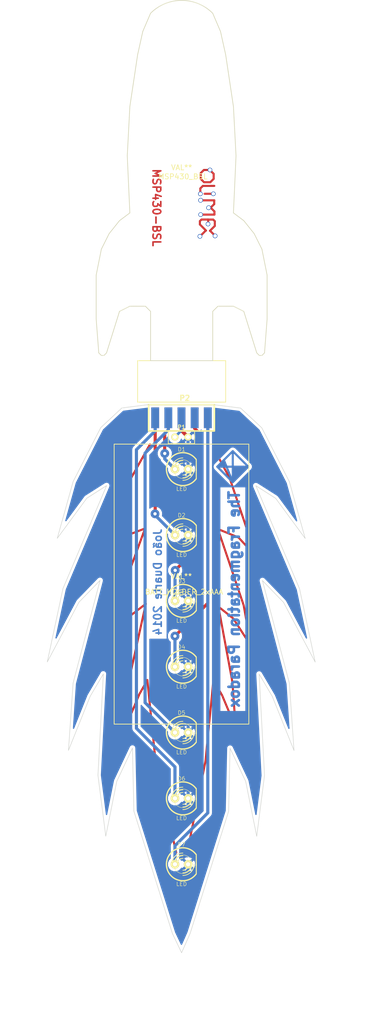
<source format=kicad_pcb>
(kicad_pcb (version 3) (host pcbnew "(2013-07-07 BZR 4022)-stable")

  (general
    (links 16)
    (no_connects 0)
    (area 68.19 31.549999 138.860001 237.840001)
    (thickness 1.6)
    (drawings 183)
    (tracks 176)
    (zones 0)
    (modules 11)
    (nets 10)
  )

  (page A4 portrait)
  (layers
    (15 F.Cu signal)
    (6 Inner6.Cu signal)
    (5 Inner5.Cu signal)
    (4 Inner4.Cu signal)
    (3 Inner3.Cu signal)
    (2 Inner2.Cu signal)
    (1 Inner1.Cu signal)
    (0 B.Cu signal)
    (16 B.Adhes user)
    (17 F.Adhes user)
    (18 B.Paste user)
    (19 F.Paste user)
    (20 B.SilkS user)
    (21 F.SilkS user hide)
    (22 B.Mask user)
    (23 F.Mask user)
    (24 Dwgs.User user)
    (25 Cmts.User user)
    (26 Eco1.User user hide)
    (27 Eco2.User user hide)
    (28 Edge.Cuts user)
  )

  (setup
    (last_trace_width 0.254)
    (user_trace_width 0.4)
    (user_trace_width 0.5)
    (user_trace_width 0.6)
    (user_trace_width 0.7)
    (user_trace_width 0.8)
    (user_trace_width 0.9)
    (user_trace_width 1)
    (user_trace_width 1.2)
    (user_trace_width 1.3)
    (user_trace_width 1.4)
    (user_trace_width 1.5)
    (user_trace_width 1.6)
    (trace_clearance 0.254)
    (zone_clearance 0.508)
    (zone_45_only no)
    (trace_min 0.254)
    (segment_width 0.2)
    (edge_width 0.1)
    (via_size 0.889)
    (via_drill 0.635)
    (via_min_size 0.889)
    (via_min_drill 0.508)
    (user_via 1.2 0)
    (user_via 1.4 0)
    (user_via 1.5 0)
    (user_via 1.6 0)
    (user_via 1.7 0)
    (user_via 1.8 0)
    (user_via 2 0)
    (user_via 2.2 0)
    (user_via 2.4 0)
    (user_via 2.6 0)
    (user_via 2.8 0)
    (uvia_size 0.508)
    (uvia_drill 0.127)
    (uvias_allowed no)
    (uvia_min_size 0.508)
    (uvia_min_drill 0.127)
    (pcb_text_width 0.3)
    (pcb_text_size 1.5 1.5)
    (mod_edge_width 0.15)
    (mod_text_size 1 1)
    (mod_text_width 0.15)
    (pad_size 1.4 1.4)
    (pad_drill 0.8)
    (pad_to_mask_clearance 0)
    (aux_axis_origin 0 0)
    (visible_elements 7FFFFFFF)
    (pcbplotparams
      (layerselection 3178497)
      (usegerberextensions true)
      (excludeedgelayer true)
      (linewidth 0.150000)
      (plotframeref false)
      (viasonmask false)
      (mode 1)
      (useauxorigin false)
      (hpglpennumber 1)
      (hpglpenspeed 20)
      (hpglpendiameter 15)
      (hpglpenoverlay 2)
      (psnegative false)
      (psa4output false)
      (plotreference true)
      (plotvalue true)
      (plotothertext true)
      (plotinvisibletext false)
      (padsonsilk false)
      (subtractmaskfromsilk false)
      (outputformat 1)
      (mirror false)
      (drillshape 1)
      (scaleselection 1)
      (outputdirectory ""))
  )

  (net 0 "")
  (net 1 +3.3V)
  (net 2 /P4_0)
  (net 3 /P4_3)
  (net 4 /P4_4)
  (net 5 /P4_5)
  (net 6 /PJ_1)
  (net 7 /PJ_2)
  (net 8 /PJ_3)
  (net 9 GND)

  (net_class Default "This is the default net class."
    (clearance 0.254)
    (trace_width 0.254)
    (via_dia 0.889)
    (via_drill 0.635)
    (uvia_dia 0.508)
    (uvia_drill 0.127)
    (add_net "")
    (add_net +3.3V)
    (add_net /P4_0)
    (add_net /P4_3)
    (add_net /P4_4)
    (add_net /P4_5)
    (add_net /PJ_1)
    (add_net /PJ_2)
    (add_net /PJ_3)
    (add_net GND)
  )

  (module MSP430_BSL (layer F.Cu) (tedit 546A9B69) (tstamp 546AA570)
    (at 103.26 83.88)
    (fp_text reference MSP430_BSL (at 0.25 -9.5) (layer F.SilkS)
      (effects (font (size 1 1) (thickness 0.15)))
    )
    (fp_text value VAL** (at 0 -11.25) (layer F.SilkS)
      (effects (font (size 1 1) (thickness 0.15)))
    )
    (fp_line (start -6 16.5) (end -6 26) (layer F.SilkS) (width 0.15))
    (fp_line (start 6 16.5) (end 6 26) (layer F.SilkS) (width 0.15))
    (fp_line (start 8.5 26) (end -8.5 26) (layer F.SilkS) (width 0.15))
    (fp_line (start 8.5 26) (end 8.5 34) (layer F.SilkS) (width 0.15))
    (fp_line (start -8.5 26) (end -8.5 34) (layer F.SilkS) (width 0.15))
    (fp_line (start -8.5 34) (end 8.5 34) (layer F.SilkS) (width 0.15))
    (fp_line (start 6 34) (end -6 34) (layer F.SilkS) (width 0.15))
    (fp_line (start -12 16.5) (end -10 15.5) (layer F.SilkS) (width 0.15))
    (fp_line (start -14.5 24.5) (end -12 16.5) (layer F.SilkS) (width 0.15))
    (fp_line (start 14.5 24.5) (end 12 16.5) (layer F.SilkS) (width 0.15))
    (fp_line (start 12 16.5) (end 10 15.5) (layer F.SilkS) (width 0.15))
    (fp_line (start -9 15.5) (end -10 15.5) (layer F.SilkS) (width 0.15))
    (fp_line (start 9 15.5) (end 10 15.5) (layer F.SilkS) (width 0.15))
    (fp_line (start 10 -2.5) (end 12 -1) (layer F.SilkS) (width 0.15))
    (fp_line (start 15 25) (end 14.5 24.5) (layer F.SilkS) (width 0.15))
    (fp_line (start 15.5 25) (end 15 25) (layer F.SilkS) (width 0.15))
    (fp_line (start 16 24.5) (end 15.5 25) (layer F.SilkS) (width 0.15))
    (fp_line (start 16.5 18) (end 16 24.5) (layer F.SilkS) (width 0.15))
    (fp_line (start 16.5 9.5) (end 16.5 18) (layer F.SilkS) (width 0.15))
    (fp_line (start 15.5 4.5) (end 16.5 9.5) (layer F.SilkS) (width 0.15))
    (fp_line (start 14 1.5) (end 15.5 4.5) (layer F.SilkS) (width 0.15))
    (fp_line (start 12 -1) (end 14 1.5) (layer F.SilkS) (width 0.15))
    (fp_line (start 7 15.5) (end 9 15.5) (layer F.SilkS) (width 0.15))
    (fp_line (start 7 15.5) (end 6 16.5) (layer F.SilkS) (width 0.15))
    (fp_line (start -7 15.5) (end -6 16.5) (layer F.SilkS) (width 0.15))
    (fp_line (start -7 15.5) (end -9 15.5) (layer F.SilkS) (width 0.15))
    (fp_line (start -12 -1) (end -14 1.5) (layer F.SilkS) (width 0.15))
    (fp_line (start -14 1.5) (end -15.5 4.5) (layer F.SilkS) (width 0.15))
    (fp_line (start -15.5 4.5) (end -16.5 9.5) (layer F.SilkS) (width 0.15))
    (fp_line (start -16.5 9.5) (end -16.5 18) (layer F.SilkS) (width 0.15))
    (fp_line (start -16.5 18) (end -16 24.5) (layer F.SilkS) (width 0.15))
    (fp_line (start -16 24.5) (end -15.5 25) (layer F.SilkS) (width 0.15))
    (fp_line (start -15.5 25) (end -15 25) (layer F.SilkS) (width 0.15))
    (fp_line (start -15 25) (end -14.5 24.5) (layer F.SilkS) (width 0.15))
    (fp_line (start -10 -2.5) (end -12 -1) (layer F.SilkS) (width 0.15))
    (fp_line (start 10.5 -13.5) (end 10 -2.5) (layer F.SilkS) (width 0.15))
    (fp_line (start -10.5 -13.5) (end -10 -2.5) (layer F.SilkS) (width 0.15))
    (fp_line (start 8.5 -33) (end 10 -23) (layer F.SilkS) (width 0.15))
    (fp_line (start 10 -23) (end 10.5 -13.5) (layer F.SilkS) (width 0.15))
    (fp_line (start -8.5 -33) (end -10 -23) (layer F.SilkS) (width 0.15))
    (fp_line (start -10 -23) (end -10.5 -13.5) (layer F.SilkS) (width 0.15))
    (fp_line (start 6 -41) (end 7.5 -37.5) (layer F.SilkS) (width 0.15))
    (fp_line (start 7.5 -37.5) (end 8.5 -33) (layer F.SilkS) (width 0.15))
    (fp_line (start -6 -41) (end -7.5 -37.5) (layer F.SilkS) (width 0.15))
    (fp_line (start -7.5 -37.5) (end -8.5 -33) (layer F.SilkS) (width 0.15))
    (fp_arc (start 0 -35) (end -6 -41) (angle 90) (layer F.SilkS) (width 0.15))
    (model 3d/pin_socket_5x2.wrl
      (at (xyz 0 -1.035 0))
      (scale (xyz 1 1 1))
      (rotate (xyz -90 0 0))
    )
    (model 3d/vasch_strip_5x2.wrl
      (at (xyz 0 -1.035 0))
      (scale (xyz 1 1 1))
      (rotate (xyz -90 0 0))
    )
  )

  (module PIN_ARRAY_2X1 (layer F.Cu) (tedit 5474B3A0) (tstamp 5474A0F1)
    (at 103.22 124.61)
    (descr "Connecteurs 2 pins")
    (tags "CONN DEV")
    (path /547497BF)
    (fp_text reference P1 (at 0 -1.905) (layer F.SilkS)
      (effects (font (size 0.762 0.762) (thickness 0.1524)))
    )
    (fp_text value CONN_2 (at 0 -1.905) (layer F.SilkS) hide
      (effects (font (size 0.762 0.762) (thickness 0.1524)))
    )
    (fp_line (start -2.54 1.27) (end -2.54 -1.27) (layer F.SilkS) (width 0.1524))
    (fp_line (start -2.54 -1.27) (end 2.54 -1.27) (layer F.SilkS) (width 0.1524))
    (fp_line (start 2.54 -1.27) (end 2.54 1.27) (layer F.SilkS) (width 0.1524))
    (fp_line (start 2.54 1.27) (end -2.54 1.27) (layer F.SilkS) (width 0.1524))
    (pad 1 thru_hole circle (at -1.27 0) (size 1.4 1.4) (drill 0.8)
      (layers *.Cu *.Mask F.SilkS)
      (net 1 +3.3V)
    )
    (pad 2 thru_hole circle (at 1.27 0) (size 1.4 1.4) (drill 0.8)
      (layers *.Cu *.Mask F.SilkS)
      (net 9 GND)
    )
  )

  (module LED-5MM (layer F.Cu) (tedit 50ADE86B) (tstamp 5474A100)
    (at 103.25 156.21)
    (descr "LED 5mm - Lead pitch 100mil (2,54mm)")
    (tags "LED led 5mm 5MM 100mil 2,54mm")
    (path /5474979E)
    (fp_text reference D3 (at 0 -3.81) (layer F.SilkS)
      (effects (font (size 0.762 0.762) (thickness 0.0889)))
    )
    (fp_text value LED (at 0 3.81) (layer F.SilkS)
      (effects (font (size 0.762 0.762) (thickness 0.0889)))
    )
    (fp_line (start 2.8448 1.905) (end 2.8448 -1.905) (layer F.SilkS) (width 0.2032))
    (fp_circle (center 0.254 0) (end -1.016 1.27) (layer F.SilkS) (width 0.0762))
    (fp_arc (start 0.254 0) (end 2.794 1.905) (angle 286.2) (layer F.SilkS) (width 0.254))
    (fp_arc (start 0.254 0) (end -0.889 0) (angle 90) (layer F.SilkS) (width 0.1524))
    (fp_arc (start 0.254 0) (end 1.397 0) (angle 90) (layer F.SilkS) (width 0.1524))
    (fp_arc (start 0.254 0) (end -1.397 0) (angle 90) (layer F.SilkS) (width 0.1524))
    (fp_arc (start 0.254 0) (end 1.905 0) (angle 90) (layer F.SilkS) (width 0.1524))
    (fp_arc (start 0.254 0) (end -1.905 0) (angle 90) (layer F.SilkS) (width 0.1524))
    (fp_arc (start 0.254 0) (end 2.413 0) (angle 90) (layer F.SilkS) (width 0.1524))
    (pad 1 thru_hole circle (at -1.27 0) (size 1.6764 1.6764) (drill 0.8128)
      (layers *.Cu *.Mask F.SilkS)
      (net 7 /PJ_2)
    )
    (pad 2 thru_hole circle (at 1.27 0) (size 1.6764 1.6764) (drill 0.8128)
      (layers *.Cu *.Mask F.SilkS)
      (net 9 GND)
    )
    (model C:/Users/JD/Desktop/LEDs/led5_red_trans2.wrl
      (at (xyz 0 0 0))
      (scale (xyz 1 1 1))
      (rotate (xyz 0 0 0))
    )
  )

  (module LED-5MM (layer F.Cu) (tedit 50ADE86B) (tstamp 5474A10F)
    (at 103.24 130.8)
    (descr "LED 5mm - Lead pitch 100mil (2,54mm)")
    (tags "LED led 5mm 5MM 100mil 2,54mm")
    (path /547497DD)
    (fp_text reference D1 (at 0 -3.81) (layer F.SilkS)
      (effects (font (size 0.762 0.762) (thickness 0.0889)))
    )
    (fp_text value LED (at 0 3.81) (layer F.SilkS)
      (effects (font (size 0.762 0.762) (thickness 0.0889)))
    )
    (fp_line (start 2.8448 1.905) (end 2.8448 -1.905) (layer F.SilkS) (width 0.2032))
    (fp_circle (center 0.254 0) (end -1.016 1.27) (layer F.SilkS) (width 0.0762))
    (fp_arc (start 0.254 0) (end 2.794 1.905) (angle 286.2) (layer F.SilkS) (width 0.254))
    (fp_arc (start 0.254 0) (end -0.889 0) (angle 90) (layer F.SilkS) (width 0.1524))
    (fp_arc (start 0.254 0) (end 1.397 0) (angle 90) (layer F.SilkS) (width 0.1524))
    (fp_arc (start 0.254 0) (end -1.397 0) (angle 90) (layer F.SilkS) (width 0.1524))
    (fp_arc (start 0.254 0) (end 1.905 0) (angle 90) (layer F.SilkS) (width 0.1524))
    (fp_arc (start 0.254 0) (end -1.905 0) (angle 90) (layer F.SilkS) (width 0.1524))
    (fp_arc (start 0.254 0) (end 2.413 0) (angle 90) (layer F.SilkS) (width 0.1524))
    (pad 1 thru_hole circle (at -1.27 0) (size 1.6764 1.6764) (drill 0.8128)
      (layers *.Cu *.Mask F.SilkS)
      (net 4 /P4_4)
    )
    (pad 2 thru_hole circle (at 1.27 0) (size 1.6764 1.6764) (drill 0.8128)
      (layers *.Cu *.Mask F.SilkS)
      (net 9 GND)
    )
    (model C:/Users/JD/Desktop/LEDs/led5_red_trans2.wrl
      (at (xyz 0 0 0))
      (scale (xyz 1 1 1))
      (rotate (xyz 0 0 0))
    )
  )

  (module LED-5MM (layer F.Cu) (tedit 50ADE86B) (tstamp 54750A00)
    (at 103.25 143.52)
    (descr "LED 5mm - Lead pitch 100mil (2,54mm)")
    (tags "LED led 5mm 5MM 100mil 2,54mm")
    (path /547497EC)
    (fp_text reference D2 (at 0 -3.81) (layer F.SilkS)
      (effects (font (size 0.762 0.762) (thickness 0.0889)))
    )
    (fp_text value LED (at 0 3.81) (layer F.SilkS)
      (effects (font (size 0.762 0.762) (thickness 0.0889)))
    )
    (fp_line (start 2.8448 1.905) (end 2.8448 -1.905) (layer F.SilkS) (width 0.2032))
    (fp_circle (center 0.254 0) (end -1.016 1.27) (layer F.SilkS) (width 0.0762))
    (fp_arc (start 0.254 0) (end 2.794 1.905) (angle 286.2) (layer F.SilkS) (width 0.254))
    (fp_arc (start 0.254 0) (end -0.889 0) (angle 90) (layer F.SilkS) (width 0.1524))
    (fp_arc (start 0.254 0) (end 1.397 0) (angle 90) (layer F.SilkS) (width 0.1524))
    (fp_arc (start 0.254 0) (end -1.397 0) (angle 90) (layer F.SilkS) (width 0.1524))
    (fp_arc (start 0.254 0) (end 1.905 0) (angle 90) (layer F.SilkS) (width 0.1524))
    (fp_arc (start 0.254 0) (end -1.905 0) (angle 90) (layer F.SilkS) (width 0.1524))
    (fp_arc (start 0.254 0) (end 2.413 0) (angle 90) (layer F.SilkS) (width 0.1524))
    (pad 1 thru_hole circle (at -1.27 0) (size 1.6764 1.6764) (drill 0.8128)
      (layers *.Cu *.Mask F.SilkS)
      (net 5 /P4_5)
    )
    (pad 2 thru_hole circle (at 1.27 0) (size 1.6764 1.6764) (drill 0.8128)
      (layers *.Cu *.Mask F.SilkS)
      (net 9 GND)
    )
    (model C:/Users/JD/Desktop/LEDs/led5_red_trans2.wrl
      (at (xyz 0 0 0))
      (scale (xyz 1 1 1))
      (rotate (xyz 0 0 0))
    )
  )

  (module LED-5MM (layer F.Cu) (tedit 50ADE86B) (tstamp 5474A12D)
    (at 103.24 168.91)
    (descr "LED 5mm - Lead pitch 100mil (2,54mm)")
    (tags "LED led 5mm 5MM 100mil 2,54mm")
    (path /54749819)
    (fp_text reference D4 (at 0 -3.81) (layer F.SilkS)
      (effects (font (size 0.762 0.762) (thickness 0.0889)))
    )
    (fp_text value LED (at 0 3.81) (layer F.SilkS)
      (effects (font (size 0.762 0.762) (thickness 0.0889)))
    )
    (fp_line (start 2.8448 1.905) (end 2.8448 -1.905) (layer F.SilkS) (width 0.2032))
    (fp_circle (center 0.254 0) (end -1.016 1.27) (layer F.SilkS) (width 0.0762))
    (fp_arc (start 0.254 0) (end 2.794 1.905) (angle 286.2) (layer F.SilkS) (width 0.254))
    (fp_arc (start 0.254 0) (end -0.889 0) (angle 90) (layer F.SilkS) (width 0.1524))
    (fp_arc (start 0.254 0) (end 1.397 0) (angle 90) (layer F.SilkS) (width 0.1524))
    (fp_arc (start 0.254 0) (end -1.397 0) (angle 90) (layer F.SilkS) (width 0.1524))
    (fp_arc (start 0.254 0) (end 1.905 0) (angle 90) (layer F.SilkS) (width 0.1524))
    (fp_arc (start 0.254 0) (end -1.905 0) (angle 90) (layer F.SilkS) (width 0.1524))
    (fp_arc (start 0.254 0) (end 2.413 0) (angle 90) (layer F.SilkS) (width 0.1524))
    (pad 1 thru_hole circle (at -1.27 0) (size 1.6764 1.6764) (drill 0.8128)
      (layers *.Cu *.Mask F.SilkS)
      (net 2 /P4_0)
    )
    (pad 2 thru_hole circle (at 1.27 0) (size 1.6764 1.6764) (drill 0.8128)
      (layers *.Cu *.Mask F.SilkS)
      (net 9 GND)
    )
    (model C:/Users/JD/Desktop/LEDs/led5_red_trans2.wrl
      (at (xyz 0 0 0))
      (scale (xyz 1 1 1))
      (rotate (xyz 0 0 0))
    )
  )

  (module LED-5MM (layer F.Cu) (tedit 50ADE86B) (tstamp 5474A13C)
    (at 103.24 181.6)
    (descr "LED 5mm - Lead pitch 100mil (2,54mm)")
    (tags "LED led 5mm 5MM 100mil 2,54mm")
    (path /54749828)
    (fp_text reference D5 (at 0 -3.81) (layer F.SilkS)
      (effects (font (size 0.762 0.762) (thickness 0.0889)))
    )
    (fp_text value LED (at 0 3.81) (layer F.SilkS)
      (effects (font (size 0.762 0.762) (thickness 0.0889)))
    )
    (fp_line (start 2.8448 1.905) (end 2.8448 -1.905) (layer F.SilkS) (width 0.2032))
    (fp_circle (center 0.254 0) (end -1.016 1.27) (layer F.SilkS) (width 0.0762))
    (fp_arc (start 0.254 0) (end 2.794 1.905) (angle 286.2) (layer F.SilkS) (width 0.254))
    (fp_arc (start 0.254 0) (end -0.889 0) (angle 90) (layer F.SilkS) (width 0.1524))
    (fp_arc (start 0.254 0) (end 1.397 0) (angle 90) (layer F.SilkS) (width 0.1524))
    (fp_arc (start 0.254 0) (end -1.397 0) (angle 90) (layer F.SilkS) (width 0.1524))
    (fp_arc (start 0.254 0) (end 1.905 0) (angle 90) (layer F.SilkS) (width 0.1524))
    (fp_arc (start 0.254 0) (end -1.905 0) (angle 90) (layer F.SilkS) (width 0.1524))
    (fp_arc (start 0.254 0) (end 2.413 0) (angle 90) (layer F.SilkS) (width 0.1524))
    (pad 1 thru_hole circle (at -1.27 0) (size 1.6764 1.6764) (drill 0.8128)
      (layers *.Cu *.Mask F.SilkS)
      (net 6 /PJ_1)
    )
    (pad 2 thru_hole circle (at 1.27 0) (size 1.6764 1.6764) (drill 0.8128)
      (layers *.Cu *.Mask F.SilkS)
      (net 9 GND)
    )
    (model C:/Users/JD/Desktop/LEDs/led5_red_trans2.wrl
      (at (xyz 0 0 0))
      (scale (xyz 1 1 1))
      (rotate (xyz 0 0 0))
    )
  )

  (module LED-5MM (layer F.Cu) (tedit 50ADE86B) (tstamp 5474A14B)
    (at 103.24 194.3)
    (descr "LED 5mm - Lead pitch 100mil (2,54mm)")
    (tags "LED led 5mm 5MM 100mil 2,54mm")
    (path /54749837)
    (fp_text reference D6 (at 0 -3.81) (layer F.SilkS)
      (effects (font (size 0.762 0.762) (thickness 0.0889)))
    )
    (fp_text value LED (at 0 3.81) (layer F.SilkS)
      (effects (font (size 0.762 0.762) (thickness 0.0889)))
    )
    (fp_line (start 2.8448 1.905) (end 2.8448 -1.905) (layer F.SilkS) (width 0.2032))
    (fp_circle (center 0.254 0) (end -1.016 1.27) (layer F.SilkS) (width 0.0762))
    (fp_arc (start 0.254 0) (end 2.794 1.905) (angle 286.2) (layer F.SilkS) (width 0.254))
    (fp_arc (start 0.254 0) (end -0.889 0) (angle 90) (layer F.SilkS) (width 0.1524))
    (fp_arc (start 0.254 0) (end 1.397 0) (angle 90) (layer F.SilkS) (width 0.1524))
    (fp_arc (start 0.254 0) (end -1.397 0) (angle 90) (layer F.SilkS) (width 0.1524))
    (fp_arc (start 0.254 0) (end 1.905 0) (angle 90) (layer F.SilkS) (width 0.1524))
    (fp_arc (start 0.254 0) (end -1.905 0) (angle 90) (layer F.SilkS) (width 0.1524))
    (fp_arc (start 0.254 0) (end 2.413 0) (angle 90) (layer F.SilkS) (width 0.1524))
    (pad 1 thru_hole circle (at -1.27 0) (size 1.6764 1.6764) (drill 0.8128)
      (layers *.Cu *.Mask F.SilkS)
      (net 8 /PJ_3)
    )
    (pad 2 thru_hole circle (at 1.27 0) (size 1.6764 1.6764) (drill 0.8128)
      (layers *.Cu *.Mask F.SilkS)
      (net 9 GND)
    )
    (model C:/Users/JD/Desktop/LEDs/led5_red_trans2.wrl
      (at (xyz 0 0 0))
      (scale (xyz 1 1 1))
      (rotate (xyz 0 0 0))
    )
  )

  (module LED-5MM (layer F.Cu) (tedit 50ADE86B) (tstamp 5474A15A)
    (at 103.24 207.01)
    (descr "LED 5mm - Lead pitch 100mil (2,54mm)")
    (tags "LED led 5mm 5MM 100mil 2,54mm")
    (path /54749846)
    (fp_text reference D7 (at 0 -3.81) (layer F.SilkS)
      (effects (font (size 0.762 0.762) (thickness 0.0889)))
    )
    (fp_text value LED (at 0 3.81) (layer F.SilkS)
      (effects (font (size 0.762 0.762) (thickness 0.0889)))
    )
    (fp_line (start 2.8448 1.905) (end 2.8448 -1.905) (layer F.SilkS) (width 0.2032))
    (fp_circle (center 0.254 0) (end -1.016 1.27) (layer F.SilkS) (width 0.0762))
    (fp_arc (start 0.254 0) (end 2.794 1.905) (angle 286.2) (layer F.SilkS) (width 0.254))
    (fp_arc (start 0.254 0) (end -0.889 0) (angle 90) (layer F.SilkS) (width 0.1524))
    (fp_arc (start 0.254 0) (end 1.397 0) (angle 90) (layer F.SilkS) (width 0.1524))
    (fp_arc (start 0.254 0) (end -1.397 0) (angle 90) (layer F.SilkS) (width 0.1524))
    (fp_arc (start 0.254 0) (end 1.905 0) (angle 90) (layer F.SilkS) (width 0.1524))
    (fp_arc (start 0.254 0) (end -1.905 0) (angle 90) (layer F.SilkS) (width 0.1524))
    (fp_arc (start 0.254 0) (end 2.413 0) (angle 90) (layer F.SilkS) (width 0.1524))
    (pad 1 thru_hole circle (at -1.27 0) (size 1.6764 1.6764) (drill 0.8128)
      (layers *.Cu *.Mask F.SilkS)
      (net 3 /P4_3)
    )
    (pad 2 thru_hole circle (at 1.27 0) (size 1.6764 1.6764) (drill 0.8128)
      (layers *.Cu *.Mask F.SilkS)
      (net 9 GND)
    )
    (model C:/Users/JD/Desktop/LEDs/led5_red_trans2.wrl
      (at (xyz 0 0 0))
      (scale (xyz 1 1 1))
      (rotate (xyz 0 0 0))
    )
  )

  (module PIN_ARRAY_5x2_SMD (layer F.Cu) (tedit 5474A44A) (tstamp 5474A0E7)
    (at 103.23 120.9)
    (descr "2 x 5 pins SMD")
    (tags CONN)
    (path /5474978F)
    (fp_text reference P2 (at 0.635 -3.81) (layer F.SilkS)
      (effects (font (size 1.016 1.016) (thickness 0.2032)))
    )
    (fp_text value CONN_10 (at 0 -3.81) (layer F.SilkS) hide
      (effects (font (size 1.016 1.016) (thickness 0.2032)))
    )
    (fp_line (start -6.35 -2.54) (end 6.35 -2.54) (layer F.SilkS) (width 0.3048))
    (fp_line (start 6.35 -2.54) (end 6.35 2.54) (layer F.SilkS) (width 0.3048))
    (fp_line (start 6.35 2.54) (end -6.35 2.54) (layer F.SilkS) (width 0.3048))
    (fp_line (start -6.35 2.54) (end -6.35 -2.54) (layer F.SilkS) (width 0.3048))
    (pad 1 smd rect (at -5.08 0) (size 1.524 4)
      (layers F.Cu F.Paste F.Mask)
      (net 5 /P4_5)
    )
    (pad 2 smd rect (at -5.08 0) (size 1.524 4)
      (layers B.Cu F.Paste F.Mask)
      (net 8 /PJ_3)
    )
    (pad 3 smd rect (at -2.54 0) (size 1.524 4)
      (layers F.Cu F.Paste F.Mask)
      (net 4 /P4_4)
    )
    (pad 4 smd rect (at -2.54 0) (size 1.524 4)
      (layers B.Cu F.Paste F.Mask)
      (net 6 /PJ_1)
    )
    (pad 5 smd rect (at 0 0) (size 1.524 4)
      (layers F.Cu F.Paste F.Mask)
      (net 9 GND)
    )
    (pad 6 smd rect (at 0 0) (size 1.524 4)
      (layers B.Cu F.Paste F.Mask)
      (net 1 +3.3V)
    )
    (pad 7 smd rect (at 2.54 0) (size 1.524 4)
      (layers F.Cu F.Paste F.Mask)
      (net 7 /PJ_2)
    )
    (pad 8 smd rect (at 2.54 0) (size 1.524 4)
      (layers B.Cu F.Paste F.Mask)
    )
    (pad 9 smd rect (at 5.08 0) (size 1.524 4)
      (layers F.Cu F.Paste F.Mask)
      (net 2 /P4_0)
    )
    (pad 10 smd rect (at 5.08 0) (size 1.524 4)
      (layers B.Cu F.Paste F.Mask)
      (net 3 /P4_3)
    )
  )

  (module BATT_HOLDER_2xAAA (layer F.Cu) (tedit 5474A8A2) (tstamp 5475072C)
    (at 103.23 152.98)
    (fp_text reference BATT_HOLDER_2xAAA (at 0.5 1.5) (layer F.SilkS)
      (effects (font (size 1 1) (thickness 0.15)))
    )
    (fp_text value VAL** (at 0 -1.5) (layer F.SilkS)
      (effects (font (size 1 1) (thickness 0.15)))
    )
    (fp_line (start -13 27) (end 13 27) (layer F.SilkS) (width 0.15))
    (fp_line (start 13 -27) (end -13 -27) (layer F.SilkS) (width 0.15))
    (fp_line (start -13 27) (end -13 -27) (layer F.SilkS) (width 0.15))
    (fp_line (start 13 -27) (end 13 27) (layer F.SilkS) (width 0.15))
  )

  (gr_text "João Duarte 2014" (at 98.64 152.59 90) (layer B.Cu)
    (effects (font (size 1.5 1.5) (thickness 0.3)) (justify mirror))
  )
  (gr_text "The Fragmentation Paradox" (at 113.4 155.88 90) (layer B.Cu)
    (effects (font (size 2 2) (thickness 0.5)) (justify mirror))
  )
  (gr_line (start 96.62 171.54) (end 98.2 187.24) (angle 90) (layer Eco1.User) (width 0.2))
  (gr_line (start 107.82 187.14) (end 109.4 171.49) (angle 90) (layer Eco1.User) (width 0.2))
  (gr_line (start 103.4 209.55) (end 107.83 187.15) (angle 90) (layer Eco1.User) (width 0.2))
  (gr_line (start 108.85 125.97) (end 112.5 132.46) (angle 90) (layer Eco1.User) (width 0.2) (tstamp 5474B5C3))
  (gr_line (start 112.5 132.46) (end 116.87 145.3) (angle 90) (layer Eco1.User) (width 0.2) (tstamp 5474B5C2))
  (gr_line (start 116.87 145.34) (end 117.64 147.66) (angle 90) (layer Eco1.User) (width 0.2) (tstamp 5474B5C1))
  (gr_line (start 117.62 147.68) (end 114.18 143.97) (angle 90) (layer Eco1.User) (width 0.2) (tstamp 5474B5C0))
  (gr_line (start 114.18 143.97) (end 109.88 142.24) (angle 90) (layer Eco1.User) (width 0.2) (tstamp 5474B5BF))
  (gr_line (start 109.88 142.24) (end 115.27 157.13) (angle 90) (layer Eco1.User) (width 0.2) (tstamp 5474B5BE))
  (gr_line (start 115.27 157.13) (end 116.6 164.86) (angle 90) (layer Eco1.User) (width 0.2) (tstamp 5474B5BD))
  (gr_line (start 116.6 164.86) (end 113.22 159.53) (angle 90) (layer Eco1.User) (width 0.2) (tstamp 5474B5BC))
  (gr_line (start 113.22 159.53) (end 109.67 156.77) (angle 90) (layer Eco1.User) (width 0.2) (tstamp 5474B5BB))
  (gr_line (start 109.67 156.77) (end 113.05 171.97) (angle 90) (layer Eco1.User) (width 0.2) (tstamp 5474B5BA))
  (gr_line (start 113.05 171.97) (end 113.67 180.68) (angle 90) (layer Eco1.User) (width 0.2) (tstamp 5474B5B9))
  (gr_line (start 113.67 180.68) (end 111 174.28) (angle 90) (layer Eco1.User) (width 0.2) (tstamp 5474B5B8))
  (gr_line (start 111 174.28) (end 109.4 171.53) (angle 90) (layer Eco1.User) (width 0.2) (tstamp 5474B5B7))
  (gr_line (start 102.12 204.34) (end 103.4 209.51) (angle 90) (layer Eco1.User) (width 0.2))
  (gr_line (start 98.2 187.23) (end 102.12 204.34) (angle 90) (layer Eco1.User) (width 0.2))
  (gr_line (start 95.01 174.29) (end 96.61 171.54) (angle 90) (layer Eco1.User) (width 0.2))
  (gr_line (start 92.34 180.69) (end 95.01 174.29) (angle 90) (layer Eco1.User) (width 0.2))
  (gr_line (start 92.96 171.98) (end 92.34 180.69) (angle 90) (layer Eco1.User) (width 0.2))
  (gr_line (start 96.34 156.78) (end 92.96 171.98) (angle 90) (layer Eco1.User) (width 0.2))
  (gr_line (start 92.79 159.54) (end 96.34 156.78) (angle 90) (layer Eco1.User) (width 0.2))
  (gr_line (start 89.41 164.87) (end 92.79 159.54) (angle 90) (layer Eco1.User) (width 0.2))
  (gr_line (start 90.74 157.14) (end 89.41 164.87) (angle 90) (layer Eco1.User) (width 0.2))
  (gr_line (start 96.13 142.25) (end 90.74 157.14) (angle 90) (layer Eco1.User) (width 0.2))
  (gr_line (start 91.83 143.98) (end 96.13 142.25) (angle 90) (layer Eco1.User) (width 0.2))
  (gr_line (start 88.39 147.69) (end 91.83 143.98) (angle 90) (layer Eco1.User) (width 0.2))
  (gr_line (start 89.14 145.35) (end 88.37 147.67) (angle 90) (layer Eco1.User) (width 0.2))
  (gr_line (start 93.51 132.47) (end 89.14 145.31) (angle 90) (layer Eco1.User) (width 0.2))
  (gr_line (start 97.16 125.98) (end 93.51 132.47) (angle 90) (layer Eco1.User) (width 0.2))
  (gr_line (start 108.86 125.96) (end 97.16 125.98) (angle 90) (layer Eco1.User) (width 0.2))
  (gr_line (start 96.91 118.36) (end 109.45 118.36) (angle 90) (layer Edge.Cuts) (width 0.1))
  (gr_line (start 103.25 224.08) (end 104.89 220.37) (angle 90) (layer Edge.Cuts) (width 0.1))
  (gr_line (start 101.47 220.35) (end 103.25 224.08) (angle 90) (layer Edge.Cuts) (width 0.1))
  (gr_line (start 109.475 118.375) (end 114.645 119.025) (angle 90) (layer Edge.Cuts) (width 0.1) (tstamp 54750772))
  (gr_line (start 114.645 119.025) (end 118.735 122.835) (angle 90) (layer Edge.Cuts) (width 0.1) (tstamp 54750771))
  (gr_line (start 118.735 122.835) (end 124.065 133.245) (angle 90) (layer Edge.Cuts) (width 0.1) (tstamp 54750770))
  (gr_line (start 124.065 133.245) (end 127.115 144.165) (angle 90) (layer Edge.Cuts) (width 0.1) (tstamp 5475076F))
  (gr_line (start 127.115 144.165) (end 121.405 136.425) (angle 90) (layer Edge.Cuts) (width 0.1) (tstamp 5475076E))
  (gr_line (start 121.405 136.425) (end 117.595 134.005) (angle 90) (layer Edge.Cuts) (width 0.1) (tstamp 5475076D))
  (gr_line (start 117.595 134.005) (end 126.025 153.875) (angle 90) (layer Edge.Cuts) (width 0.1) (tstamp 5475076C))
  (gr_line (start 126.025 153.875) (end 129.045 168.005) (angle 90) (layer Edge.Cuts) (width 0.1) (tstamp 5475076B))
  (gr_line (start 129.045 168.015) (end 122.925 156.485) (angle 90) (layer Edge.Cuts) (width 0.1) (tstamp 5475076A))
  (gr_line (start 122.925 156.485) (end 118.865 152.295) (angle 90) (layer Edge.Cuts) (width 0.1) (tstamp 54750769))
  (gr_line (start 118.865 152.295) (end 124.065 172.105) (angle 90) (layer Edge.Cuts) (width 0.1) (tstamp 54750768))
  (gr_line (start 124.065 172.105) (end 124.955 185.065) (angle 90) (layer Edge.Cuts) (width 0.1) (tstamp 54750767))
  (gr_line (start 124.955 185.065) (end 120.765 174.645) (angle 90) (layer Edge.Cuts) (width 0.1) (tstamp 54750766))
  (gr_line (start 120.765 174.645) (end 118.225 170.335) (angle 90) (layer Edge.Cuts) (width 0.1) (tstamp 54750765))
  (gr_line (start 118.225 170.335) (end 119.265 189.875) (angle 90) (layer Edge.Cuts) (width 0.1) (tstamp 54750764))
  (gr_line (start 119.265 189.875) (end 117.755 201.615) (angle 90) (layer Edge.Cuts) (width 0.1) (tstamp 54750763))
  (gr_line (start 117.755 201.615) (end 115.625 191.035) (angle 90) (layer Edge.Cuts) (width 0.1) (tstamp 54750762))
  (gr_line (start 115.625 191.035) (end 112.605 184.635) (angle 90) (layer Edge.Cuts) (width 0.1) (tstamp 54750761))
  (gr_line (start 112.605 184.635) (end 112.335 196.725) (angle 90) (layer Edge.Cuts) (width 0.1) (tstamp 54750760))
  (gr_line (start 112.345 196.735) (end 104.895 220.365) (angle 90) (layer Edge.Cuts) (width 0.1) (tstamp 5475075F))
  (gr_line (start 94.02 196.71) (end 101.47 220.34) (angle 90) (layer Edge.Cuts) (width 0.1))
  (gr_line (start 93.76 184.61) (end 94.03 196.7) (angle 90) (layer Edge.Cuts) (width 0.1))
  (gr_line (start 90.74 191.01) (end 93.76 184.61) (angle 90) (layer Edge.Cuts) (width 0.1))
  (gr_line (start 88.61 201.59) (end 90.74 191.01) (angle 90) (layer Edge.Cuts) (width 0.1))
  (gr_line (start 87.1 189.85) (end 88.61 201.59) (angle 90) (layer Edge.Cuts) (width 0.1))
  (gr_line (start 88.14 170.31) (end 87.1 189.85) (angle 90) (layer Edge.Cuts) (width 0.1))
  (gr_line (start 85.6 174.62) (end 88.14 170.31) (angle 90) (layer Edge.Cuts) (width 0.1))
  (gr_line (start 81.41 185.04) (end 85.6 174.62) (angle 90) (layer Edge.Cuts) (width 0.1))
  (gr_line (start 82.3 172.08) (end 81.41 185.04) (angle 90) (layer Edge.Cuts) (width 0.1))
  (gr_line (start 87.5 152.27) (end 82.3 172.08) (angle 90) (layer Edge.Cuts) (width 0.1))
  (gr_line (start 83.44 156.46) (end 87.5 152.27) (angle 90) (layer Edge.Cuts) (width 0.1))
  (gr_line (start 77.32 167.99) (end 83.44 156.46) (angle 90) (layer Edge.Cuts) (width 0.1))
  (gr_line (start 80.34 153.85) (end 77.32 167.98) (angle 90) (layer Edge.Cuts) (width 0.1))
  (gr_line (start 88.77 133.98) (end 80.34 153.85) (angle 90) (layer Edge.Cuts) (width 0.1))
  (gr_line (start 84.96 136.4) (end 88.77 133.98) (angle 90) (layer Edge.Cuts) (width 0.1))
  (gr_line (start 79.25 144.14) (end 84.96 136.4) (angle 90) (layer Edge.Cuts) (width 0.1))
  (gr_line (start 82.3 133.22) (end 79.25 144.14) (angle 90) (layer Edge.Cuts) (width 0.1))
  (gr_line (start 87.63 122.81) (end 82.3 133.22) (angle 90) (layer Edge.Cuts) (width 0.1))
  (gr_line (start 91.72 119) (end 87.63 122.81) (angle 90) (layer Edge.Cuts) (width 0.1))
  (gr_line (start 96.89 118.35) (end 91.72 119) (angle 90) (layer Edge.Cuts) (width 0.1))
  (gr_line (start 103.25 31.65) (end 103.25 222.28) (angle 90) (layer Eco2.User) (width 0.2))
  (gr_line (start 103.25 83.87) (end 103.25 31.65) (angle 90) (layer Eco2.User) (width 0.2))
  (gr_line (start 109.26 109.88) (end 97.26 109.88) (angle 90) (layer Edge.Cuts) (width 0.1))
  (gr_text MSP430-BSL (at 98.41 80.37 270) (layer F.Cu)
    (effects (font (size 1.5 1.5) (thickness 0.3)))
  )
  (gr_line (start 101.6 81.11) (end 102.2 109.71) (angle 90) (layer Eco1.User) (width 0.2))
  (gr_line (start 103 81.11) (end 101.6 81.11) (angle 90) (layer Eco1.User) (width 0.2))
  (gr_line (start 104.6 81.11) (end 103 81.11) (angle 90) (layer Eco1.User) (width 0.2))
  (gr_line (start 109.81 97.92) (end 109.31 99.17) (angle 90) (layer Eco1.User) (width 0.2))
  (gr_line (start 96.31 97.92) (end 96.81 99.17) (angle 90) (layer Eco1.User) (width 0.2))
  (gr_line (start 95.56 95.92) (end 96.31 97.92) (angle 90) (layer Eco1.User) (width 0.2))
  (gr_line (start 97.06 95.92) (end 98.06 97.92) (angle 90) (layer Eco1.User) (width 0.2))
  (gr_line (start 109.06 95.92) (end 108.31 97.92) (angle 90) (layer Eco1.User) (width 0.2))
  (gr_line (start 110.56 95.92) (end 109.81 97.92) (angle 90) (layer Eco1.User) (width 0.2))
  (gr_line (start 108.31 97.92) (end 98.06 97.92) (angle 90) (layer Eco1.User) (width 0.2))
  (gr_line (start 109.31 99.17) (end 96.81 99.17) (angle 90) (layer Eco1.User) (width 0.2))
  (gr_line (start 114.31 83.92) (end 112.81 82.67) (angle 90) (layer Eco1.User) (width 0.2))
  (gr_line (start 115.81 85.92) (end 114.31 83.92) (angle 90) (layer Eco1.User) (width 0.2))
  (gr_line (start 117.31 88.92) (end 115.81 85.92) (angle 90) (layer Eco1.User) (width 0.2))
  (gr_line (start 118.31 93.42) (end 117.31 88.92) (angle 90) (layer Eco1.User) (width 0.2))
  (gr_line (start 118.31 95.67) (end 118.31 93.42) (angle 90) (layer Eco1.User) (width 0.2))
  (gr_line (start 118.31 101.67) (end 118.31 95.67) (angle 90) (layer Eco1.User) (width 0.2))
  (gr_line (start 118.06 105.67) (end 118.31 101.67) (angle 90) (layer Eco1.User) (width 0.2))
  (gr_line (start 115.31 98.92) (end 113.31 97.92) (angle 90) (layer Eco1.User) (width 0.2))
  (gr_line (start 116.56 99.92) (end 115.31 98.92) (angle 90) (layer Eco1.User) (width 0.2))
  (gr_line (start 118.06 105.67) (end 116.56 99.92) (angle 90) (layer Eco1.User) (width 0.2))
  (gr_line (start 109.81 97.92) (end 113.31 97.92) (angle 90) (layer Eco1.User) (width 0.2))
  (gr_line (start 92.81 97.92) (end 96.31 97.92) (angle 90) (layer Eco1.User) (width 0.2))
  (gr_line (start 90.56 98.92) (end 92.81 97.92) (angle 90) (layer Eco1.User) (width 0.2))
  (gr_line (start 89.56 99.92) (end 90.56 98.92) (angle 90) (layer Eco1.User) (width 0.2))
  (gr_line (start 88.06 105.67) (end 89.56 99.92) (angle 90) (layer Eco1.User) (width 0.2))
  (gr_line (start 87.81 101.67) (end 88.06 105.67) (angle 90) (layer Eco1.User) (width 0.2))
  (gr_line (start 87.81 93.42) (end 87.81 101.67) (angle 90) (layer Eco1.User) (width 0.2))
  (gr_line (start 88.81 88.67) (end 87.81 93.42) (angle 90) (layer Eco1.User) (width 0.2))
  (gr_line (start 90.06 86.17) (end 88.81 88.67) (angle 90) (layer Eco1.User) (width 0.2))
  (gr_line (start 91.81 83.92) (end 90.06 86.17) (angle 90) (layer Eco1.User) (width 0.2))
  (gr_line (start 93.31 82.67) (end 91.81 83.92) (angle 90) (layer Eco1.User) (width 0.2))
  (gr_line (start 103.81 109.67) (end 104.56 81.17) (angle 90) (layer Eco1.User) (width 0.2))
  (gr_line (start 103.06 81.17) (end 103.06 109.67) (angle 90) (layer Eco1.User) (width 0.2))
  (gr_line (start 95.56 89.67) (end 97.06 95.92) (angle 90) (layer Eco1.User) (width 0.2))
  (gr_line (start 110.56 89.67) (end 109.06 95.92) (angle 90) (layer Eco1.User) (width 0.2))
  (gr_line (start 111.56 81.17) (end 110.56 89.67) (angle 90) (layer Eco1.User) (width 0.2))
  (gr_line (start 94.56 81.17) (end 95.56 89.67) (angle 90) (layer Eco1.User) (width 0.2))
  (gr_line (start 94.06 89.67) (end 95.56 95.92) (angle 90) (layer Eco1.User) (width 0.2))
  (gr_line (start 93.06 81.17) (end 94.06 89.67) (angle 90) (layer Eco1.User) (width 0.2))
  (gr_line (start 112.06 89.67) (end 110.56 95.92) (angle 90) (layer Eco1.User) (width 0.2))
  (gr_line (start 113.06 81.17) (end 112.06 89.67) (angle 90) (layer Eco1.User) (width 0.2))
  (gr_line (start 102.81 69.42) (end 94.31 70.42) (angle 90) (layer Eco1.User) (width 0.2))
  (gr_line (start 103.81 69.42) (end 102.81 69.42) (angle 90) (layer Eco1.User) (width 0.2))
  (gr_line (start 112.06 70.42) (end 103.81 69.42) (angle 90) (layer Eco1.User) (width 0.2))
  (gr_circle (center 98.31 58.67) (end 100.56 59.42) (layer Eco1.User) (width 0.2))
  (gr_circle (center 108.31 58.67) (end 110.56 59.17) (layer Eco1.User) (width 0.2))
  (gr_line (start 98.06 54.17) (end 95.81 54.67) (angle 90) (layer Eco1.User) (width 0.2))
  (gr_line (start 101.56 53.67) (end 98.06 54.17) (angle 90) (layer Eco1.User) (width 0.2))
  (gr_line (start 105.81 53.67) (end 101.56 53.67) (angle 90) (layer Eco1.User) (width 0.2))
  (gr_line (start 108.81 54.17) (end 105.81 53.67) (angle 90) (layer Eco1.User) (width 0.2))
  (gr_line (start 110.56 54.67) (end 108.81 54.17) (angle 90) (layer Eco1.User) (width 0.2))
  (gr_line (start 94.31 70.67) (end 94.56 81.17) (angle 90) (layer Eco1.User) (width 0.2))
  (gr_line (start 94.81 60.42) (end 94.31 70.67) (angle 90) (layer Eco1.User) (width 0.2))
  (gr_line (start 96.31 50.92) (end 94.81 60.42) (angle 90) (layer Eco1.User) (width 0.2))
  (gr_line (start 97.31 46.67) (end 96.31 50.92) (angle 90) (layer Eco1.User) (width 0.2))
  (gr_line (start 98.31 43.92) (end 97.31 46.67) (angle 90) (layer Eco1.User) (width 0.2))
  (gr_line (start 112.06 70.42) (end 111.56 81.17) (angle 90) (layer Eco1.User) (width 0.2))
  (gr_line (start 111.56 60.42) (end 112.06 70.42) (angle 90) (layer Eco1.User) (width 0.2))
  (gr_line (start 110.06 50.92) (end 111.56 60.42) (angle 90) (layer Eco1.User) (width 0.2))
  (gr_line (start 109.06 46.67) (end 110.06 50.92) (angle 90) (layer Eco1.User) (width 0.2))
  (gr_line (start 107.81 43.92) (end 109.06 46.67) (angle 90) (layer Eco1.User) (width 0.2))
  (gr_arc (start 103.06 48.67) (end 98.31 43.92) (angle 90) (layer Eco1.User) (width 0.2))
  (gr_line (start 95.76 46.38) (end 97.26 42.88) (angle 90) (layer Edge.Cuts) (width 0.1))
  (gr_line (start 94.76 50.88) (end 95.76 46.38) (angle 90) (layer Edge.Cuts) (width 0.1))
  (gr_line (start 93.26 60.88) (end 94.76 50.88) (angle 90) (layer Edge.Cuts) (width 0.1))
  (gr_line (start 92.76 70.38) (end 93.26 60.88) (angle 90) (layer Edge.Cuts) (width 0.1))
  (gr_line (start 93.26 81.38) (end 92.76 70.38) (angle 90) (layer Edge.Cuts) (width 0.1))
  (gr_line (start 91.26 82.88) (end 93.26 81.38) (angle 90) (layer Edge.Cuts) (width 0.1))
  (gr_line (start 89.26 85.38) (end 91.26 82.88) (angle 90) (layer Edge.Cuts) (width 0.1))
  (gr_line (start 87.76 88.38) (end 89.26 85.38) (angle 90) (layer Edge.Cuts) (width 0.1))
  (gr_line (start 86.76 93.38) (end 87.76 88.38) (angle 90) (layer Edge.Cuts) (width 0.1))
  (gr_line (start 86.76 101.88) (end 86.76 93.38) (angle 90) (layer Edge.Cuts) (width 0.1))
  (gr_line (start 87.26 108.38) (end 86.76 101.88) (angle 90) (layer Edge.Cuts) (width 0.1))
  (gr_line (start 87.76 108.88) (end 87.26 108.38) (angle 90) (layer Edge.Cuts) (width 0.1))
  (gr_line (start 88.26 108.88) (end 87.76 108.88) (angle 90) (layer Edge.Cuts) (width 0.1))
  (gr_line (start 88.76 108.38) (end 88.26 108.88) (angle 90) (layer Edge.Cuts) (width 0.1))
  (gr_line (start 91.26 100.38) (end 88.76 108.38) (angle 90) (layer Edge.Cuts) (width 0.1))
  (gr_line (start 93.26 99.38) (end 91.26 100.38) (angle 90) (layer Edge.Cuts) (width 0.1))
  (gr_line (start 96.26 99.38) (end 93.26 99.38) (angle 90) (layer Edge.Cuts) (width 0.1))
  (gr_line (start 97.26 100.38) (end 96.26 99.38) (angle 90) (layer Edge.Cuts) (width 0.1))
  (gr_line (start 97.26 109.88) (end 97.26 100.38) (angle 90) (layer Edge.Cuts) (width 0.1))
  (gr_line (start 109.26 100.38) (end 109.26 109.88) (angle 90) (layer Edge.Cuts) (width 0.1))
  (gr_line (start 110.26 99.38) (end 109.26 100.38) (angle 90) (layer Edge.Cuts) (width 0.1))
  (gr_line (start 113.26 99.38) (end 110.26 99.38) (angle 90) (layer Edge.Cuts) (width 0.1))
  (gr_line (start 115.26 100.38) (end 113.26 99.38) (angle 90) (layer Edge.Cuts) (width 0.1))
  (gr_line (start 117.76 108.38) (end 115.26 100.38) (angle 90) (layer Edge.Cuts) (width 0.1))
  (gr_line (start 118.26 108.88) (end 117.76 108.38) (angle 90) (layer Edge.Cuts) (width 0.1))
  (gr_line (start 118.76 108.88) (end 118.26 108.88) (angle 90) (layer Edge.Cuts) (width 0.1))
  (gr_line (start 119.26 108.38) (end 118.76 108.88) (angle 90) (layer Edge.Cuts) (width 0.1))
  (gr_line (start 119.76 101.88) (end 119.26 108.38) (angle 90) (layer Edge.Cuts) (width 0.1))
  (gr_line (start 119.76 93.38) (end 119.76 101.88) (angle 90) (layer Edge.Cuts) (width 0.1))
  (gr_line (start 118.76 88.38) (end 119.76 93.38) (angle 90) (layer Edge.Cuts) (width 0.1))
  (gr_line (start 117.26 85.38) (end 118.76 88.38) (angle 90) (layer Edge.Cuts) (width 0.1))
  (gr_line (start 115.26 82.88) (end 117.26 85.38) (angle 90) (layer Edge.Cuts) (width 0.1))
  (gr_line (start 113.26 81.38) (end 115.26 82.88) (angle 90) (layer Edge.Cuts) (width 0.1))
  (gr_line (start 113.76 70.38) (end 113.26 81.38) (angle 90) (layer Edge.Cuts) (width 0.1))
  (gr_line (start 113.26 60.88) (end 113.76 70.38) (angle 90) (layer Edge.Cuts) (width 0.1))
  (gr_line (start 111.76 50.88) (end 113.26 60.88) (angle 90) (layer Edge.Cuts) (width 0.1))
  (gr_line (start 110.76 46.38) (end 111.76 50.88) (angle 90) (layer Edge.Cuts) (width 0.1))
  (gr_line (start 109.26 42.88) (end 110.76 46.38) (angle 90) (layer Edge.Cuts) (width 0.1))
  (gr_arc (start 103.26 48.88) (end 97.26 42.88) (angle 90) (layer Edge.Cuts) (width 0.1))

  (segment (start 113.35 130.57) (end 113.37 132.79) (width 0.4) (layer B.Cu) (net 0) (tstamp 5480FDB7))
  (segment (start 113.37 132.79) (end 115.53 130.56) (width 0.4) (layer B.Cu) (net 0) (tstamp 5480FDB9))
  (segment (start 115.53 130.56) (end 113.58 130.58) (width 0.4) (layer B.Cu) (net 0) (tstamp 5480FDBD))
  (segment (start 113.58 130.58) (end 113.56 132.21) (width 0.4) (layer B.Cu) (net 0) (tstamp 5480FDBF))
  (segment (start 113.56 132.21) (end 114.91 130.77) (width 0.4) (layer B.Cu) (net 0) (tstamp 5480FDC1))
  (segment (start 114.91 130.77) (end 113.75 130.85) (width 0.4) (layer B.Cu) (net 0) (tstamp 5480FDC2))
  (segment (start 113.75 130.85) (end 113.79 131.65) (width 0.4) (layer B.Cu) (net 0) (tstamp 5480FDC3))
  (segment (start 113.79 131.65) (end 114.35 131.05) (width 0.4) (layer B.Cu) (net 0) (tstamp 5480FDC4))
  (segment (start 114.35 131.05) (end 113.89 131.11) (width 0.4) (layer B.Cu) (net 0) (tstamp 5480FDC5))
  (segment (start 111.53 130.09) (end 110.69 130.09) (width 0.4) (layer B.Cu) (net 0) (tstamp 5480FDAD))
  (segment (start 110.69 130.09) (end 111.28 129.52) (width 0.4) (layer B.Cu) (net 0) (tstamp 5480FDB0))
  (segment (start 111.28 129.52) (end 111.5 129.9) (width 0.4) (layer B.Cu) (net 0) (tstamp 5480FDB2))
  (segment (start 111.5 129.9) (end 111.11 129.84) (width 0.4) (layer B.Cu) (net 0) (tstamp 5480FDB3))
  (segment (start 111.415 129.045) (end 113.13 133.31) (width 0.4) (layer B.Cu) (net 0) (tstamp 5480FDA9))
  (segment (start 116.13 130.33) (end 113.13 127.33) (width 0.4) (layer B.Cu) (net 0))
  (segment (start 113.13 127.33) (end 113.13 133.31) (width 0.4) (layer B.Cu) (net 0))
  (segment (start 110.15 130.33) (end 116.13 130.33) (width 0.4) (layer B.Cu) (net 0) (tstamp 5480FD4D))
  (segment (start 113.13 133.31) (end 110.15 130.33) (width 0.4) (layer B.Cu) (net 0) (tstamp 5480FD4A))
  (segment (start 113.13 127.33) (end 111.415 129.045) (width 0.4) (layer B.Cu) (net 0))
  (segment (start 111.415 129.045) (end 110.13 130.33) (width 0.4) (layer B.Cu) (net 0) (tstamp 5480FDA7))
  (segment (start 113.12 133.32) (end 113.14 133.32) (width 0.4) (layer B.Cu) (net 0) (tstamp 5480FD15))
  (segment (start 113.14 133.32) (end 116.13 130.33) (width 0.4) (layer B.Cu) (net 0) (tstamp 5480FD19))
  (segment (start 110.13 130.33) (end 113.12 133.32) (width 0.4) (layer B.Cu) (net 0))
  (segment (start 109.74 127.33) (end 112.54 132.56) (width 0.4) (layer F.Cu) (net 0) (tstamp 547E5B28))
  (segment (start 110.263421 142.353812) (end 114.26 144) (width 0.4) (layer F.Cu) (net 0) (tstamp 547E5B1D))
  (segment (start 114.26 144) (end 117.66 147.71) (width 0.4) (layer F.Cu) (net 0) (tstamp 547E59E7))
  (segment (start 117.66 147.71) (end 112.54 132.56) (width 0.4) (layer F.Cu) (net 0) (tstamp 547E59E9))
  (segment (start 110.357611 157.32018) (end 113.06 171.87) (width 0.4) (layer F.Cu) (net 0) (tstamp 547E5AE2))
  (segment (start 107.87 187.08) (end 109.39 171.47) (width 0.4) (layer F.Cu) (net 0) (tstamp 547E59CD))
  (segment (start 109.39 171.47) (end 111.08 174.44) (width 0.4) (layer F.Cu) (net 0) (tstamp 547E59D1))
  (segment (start 111.08 174.44) (end 113.69 180.66) (width 0.4) (layer F.Cu) (net 0) (tstamp 547E59D3))
  (segment (start 113.69 180.66) (end 113.06 171.87) (width 0.4) (layer F.Cu) (net 0) (tstamp 547E59D5))
  (segment (start 107.87 187.08) (end 104.29 204.98) (width 0.4) (layer F.Cu) (net 0) (tstamp 547E59C4))
  (segment (start 116.64 164.88) (end 115.23 157.05) (width 0.4) (layer F.Cu) (net 0) (tstamp 547E59DE))
  (segment (start 113.23 159.61) (end 116.64 164.88) (width 0.4) (layer F.Cu) (net 0) (tstamp 547E59DC))
  (segment (start 110.357611 157.32018) (end 113.23 159.61) (width 0.4) (layer F.Cu) (net 0) (tstamp 547E5AE8))
  (segment (start 110.263421 142.353812) (end 115.23 157.05) (width 0.4) (layer F.Cu) (net 0) (tstamp 547E5B14))
  (segment (start 97.14 126.01) (end 93.55 132.44) (width 0.4) (layer F.Cu) (net 0) (tstamp 547E598E))
  (segment (start 98.23 187.24) (end 102.21 204.76) (width 0.4) (layer F.Cu) (net 0) (tstamp 547E59B7))
  (segment (start 96.64 171.48) (end 98.23 187.24) (width 0.4) (layer F.Cu) (net 0) (tstamp 547E59B4))
  (segment (start 95.1 174.2) (end 96.64 171.48) (width 0.4) (layer F.Cu) (net 0) (tstamp 547E59B1))
  (segment (start 92.36 180.73) (end 95.1 174.2) (width 0.4) (layer F.Cu) (net 0) (tstamp 547E59AE))
  (segment (start 92.97 172.04) (end 92.36 180.73) (width 0.4) (layer F.Cu) (net 0) (tstamp 547E59AB))
  (segment (start 96.34 156.78) (end 92.97 172.04) (width 0.4) (layer F.Cu) (net 0) (tstamp 547E59A6))
  (segment (start 92.8 159.5) (end 96.34 156.78) (width 0.4) (layer F.Cu) (net 0) (tstamp 547E59A4))
  (segment (start 89.41 164.88) (end 92.8 159.5) (width 0.4) (layer F.Cu) (net 0) (tstamp 547E59A1))
  (segment (start 90.73 157.13) (end 89.41 164.88) (width 0.4) (layer F.Cu) (net 0) (tstamp 547E599E))
  (segment (start 96.2 142.24) (end 90.73 157.13) (width 0.4) (layer F.Cu) (net 0) (tstamp 547E599B))
  (segment (start 91.9 143.89) (end 96.2 142.24) (width 0.4) (layer F.Cu) (net 0) (tstamp 547E5999))
  (segment (start 88.39 147.71) (end 91.9 143.89) (width 0.4) (layer F.Cu) (net 0) (tstamp 547E5996))
  (segment (start 93.55 132.44) (end 88.39 147.71) (width 0.4) (layer F.Cu) (net 0) (tstamp 547E5991))
  (segment (start 108.36 82.66) (end 108.37 82.67) (width 0.4) (layer F.Cu) (net 0))
  (via (at 109.71 85.83) (size 0.889) (layers F.Cu B.Cu) (net 0))
  (segment (start 109.73 85.81) (end 109.71 85.83) (width 0.4) (layer B.Cu) (net 0) (tstamp 546AA47B))
  (via (at 109.73 85.81) (size 0.889) (layers F.Cu B.Cu) (net 0))
  (segment (start 108.75 84.83) (end 109.73 85.81) (width 0.4) (layer F.Cu) (net 0) (tstamp 546AA474))
  (segment (start 108.73 84.83) (end 108.75 84.83) (width 0.4) (layer F.Cu) (net 0) (tstamp 546AA471))
  (segment (start 109.66 83.9) (end 108.73 84.83) (width 0.4) (layer F.Cu) (net 0) (tstamp 546AA46D))
  (segment (start 109.66 82.98) (end 109.66 83.9) (width 0.4) (layer F.Cu) (net 0) (tstamp 546AA468))
  (segment (start 109.35 82.67) (end 109.66 82.98) (width 0.4) (layer F.Cu) (net 0) (tstamp 546AA465))
  (segment (start 108.37 82.67) (end 109.35 82.67) (width 0.4) (layer F.Cu) (net 0) (tstamp 546AA462))
  (segment (start 108.36 83.56) (end 108.36 83.54) (width 0.4) (layer F.Cu) (net 0))
  (via (at 106.78 85.9) (size 0.889) (layers F.Cu B.Cu) (net 0))
  (segment (start 106.8 85.9) (end 106.78 85.9) (width 0.4) (layer B.Cu) (net 0) (tstamp 546AA45D))
  (via (at 106.8 85.9) (size 0.889) (layers F.Cu B.Cu) (net 0))
  (segment (start 107.91 84.79) (end 106.8 85.9) (width 0.4) (layer F.Cu) (net 0) (tstamp 546AA44E))
  (segment (start 107.96 84.79) (end 107.91 84.79) (width 0.4) (layer F.Cu) (net 0) (tstamp 546AA443))
  (segment (start 106.78 83.61) (end 107.96 84.79) (width 0.4) (layer F.Cu) (net 0) (tstamp 546AA436))
  (segment (start 106.78 82.97) (end 106.78 83.61) (width 0.4) (layer F.Cu) (net 0) (tstamp 546AA42F))
  (segment (start 107.09 82.66) (end 106.78 82.97) (width 0.4) (layer F.Cu) (net 0) (tstamp 546AA429))
  (segment (start 108.36 82.66) (end 107.09 82.66) (width 0.4) (layer F.Cu) (net 0) (tstamp 546AA423))
  (segment (start 108.39 82.69) (end 108.36 82.66) (width 0.4) (layer F.Cu) (net 0) (tstamp 546AA421))
  (segment (start 108.39 83.59) (end 108.39 82.69) (width 0.4) (layer F.Cu) (net 0) (tstamp 546AA420))
  (segment (start 108.39 83.57) (end 108.39 83.59) (width 0.4) (layer B.Cu) (net 0) (tstamp 546AA41E))
  (segment (start 108.35 83.53) (end 108.39 83.57) (width 0.4) (layer B.Cu) (net 0) (tstamp 546AA41D))
  (via (at 108.35 83.53) (size 0.889) (layers F.Cu B.Cu) (net 0))
  (segment (start 108.36 83.54) (end 108.35 83.53) (width 0.4) (layer F.Cu) (net 0) (tstamp 546AA41A))
  (via (at 106.94 78.92) (size 0.889) (layers F.Cu B.Cu) (net 0))
  (segment (start 106.98 81.72) (end 107.01 81.72) (width 0.4) (layer F.Cu) (net 0) (tstamp 546AA404))
  (segment (start 107.03 81.74) (end 107.01 81.72) (width 0.4) (layer F.Cu) (net 0) (tstamp 546AA403))
  (segment (start 106.96 81.74) (end 107.03 81.74) (width 0.4) (layer B.Cu) (net 0) (tstamp 546AA3FF))
  (segment (start 106.93 81.71) (end 106.96 81.74) (width 0.4) (layer B.Cu) (net 0) (tstamp 546AA3FE))
  (via (at 106.93 81.71) (size 0.889) (layers F.Cu B.Cu) (net 0))
  (segment (start 109.59 81.71) (end 106.93 81.71) (width 0.4) (layer F.Cu) (net 0) (tstamp 546AA3EE))
  (segment (start 109.59 81.1) (end 109.59 81.71) (width 0.4) (layer F.Cu) (net 0) (tstamp 546AA3E9))
  (segment (start 108.89 80.4) (end 109.59 81.1) (width 0.4) (layer F.Cu) (net 0) (tstamp 546AA3E7))
  (segment (start 108.46 80.4) (end 108.89 80.4) (width 0.4) (layer F.Cu) (net 0) (tstamp 546AA3E6))
  (via (at 108.46 80.4) (size 0.889) (layers F.Cu B.Cu) (net 0))
  (segment (start 108.46 80.39) (end 108.46 80.4) (width 0.4) (layer B.Cu) (net 0) (tstamp 546AA3E4))
  (segment (start 108.48 80.37) (end 108.46 80.39) (width 0.4) (layer B.Cu) (net 0) (tstamp 546AA3E3))
  (via (at 108.48 80.37) (size 0.889) (layers F.Cu B.Cu) (net 0))
  (segment (start 108.86 80.37) (end 108.48 80.37) (width 0.4) (layer F.Cu) (net 0) (tstamp 546AA3DC))
  (segment (start 109.55 79.68) (end 108.86 80.37) (width 0.4) (layer F.Cu) (net 0) (tstamp 546AA3DB))
  (segment (start 109.55 78.97) (end 109.55 79.68) (width 0.4) (layer F.Cu) (net 0) (tstamp 546AA3D9))
  (segment (start 109.56 78.96) (end 109.55 78.97) (width 0.4) (layer F.Cu) (net 0) (tstamp 546AA3CA))
  (segment (start 106.91 78.96) (end 109.56 78.96) (width 0.4) (layer F.Cu) (net 0) (tstamp 546AA3C9))
  (via (at 106.91 78.96) (size 0.889) (layers F.Cu B.Cu) (net 0))
  (segment (start 106.91 78.95) (end 106.91 78.96) (width 0.4) (layer B.Cu) (net 0) (tstamp 546AA3C5))
  (segment (start 106.91 78.95) (end 106.94 78.92) (width 0.4) (layer B.Cu) (net 0) (tstamp 546AA3C4))
  (segment (start 107.69 77.69) (end 109.37 77.69) (width 0.4) (layer F.Cu) (net 0))
  (segment (start 109.38 77.7) (end 109.38 77.71) (width 0.4) (layer B.Cu) (net 0) (tstamp 546AA38F))
  (via (at 109.38 77.7) (size 0.889) (layers F.Cu B.Cu) (net 0))
  (segment (start 109.37 77.69) (end 109.38 77.7) (width 0.4) (layer F.Cu) (net 0) (tstamp 546AA389))
  (segment (start 109.56 76.17) (end 107.36 76.17) (width 0.4) (layer F.Cu) (net 0))
  (via (at 106.87 77.71) (size 0.889) (layers F.Cu B.Cu) (net 0))
  (segment (start 106.87 76.66) (end 106.87 77.71) (width 0.4) (layer F.Cu) (net 0) (tstamp 546AA379))
  (segment (start 107.36 76.17) (end 106.87 76.66) (width 0.4) (layer F.Cu) (net 0) (tstamp 546AA376))
  (via (at 108.73 73.1) (size 0.889) (layers F.Cu B.Cu) (net 0))
  (segment (start 108.7 73.1) (end 109.44 73.84) (width 0.4) (layer F.Cu) (net 0) (tstamp 546AA324))
  (segment (start 109.44 73.84) (end 109.44 74.82) (width 0.4) (layer F.Cu) (net 0) (tstamp 546AA325))
  (segment (start 109.44 74.82) (end 108.79 75.47) (width 0.4) (layer F.Cu) (net 0) (tstamp 546AA328))
  (segment (start 108.79 75.47) (end 107.59 75.47) (width 0.4) (layer F.Cu) (net 0) (tstamp 546AA329))
  (segment (start 107.59 75.47) (end 106.95 74.83) (width 0.4) (layer F.Cu) (net 0) (tstamp 546AA32B))
  (segment (start 106.95 74.83) (end 106.95 73.7) (width 0.4) (layer F.Cu) (net 0) (tstamp 546AA32C))
  (segment (start 106.95 73.7) (end 107.55 73.1) (width 0.4) (layer F.Cu) (net 0) (tstamp 546AA32D))
  (segment (start 108.65 73.1) (end 107.55 73.1) (width 0.4) (layer F.Cu) (net 0) (tstamp 546AA32F))
  (segment (start 108.65 73.1) (end 108.73 73.1) (width 0.4) (layer F.Cu) (net 0) (tstamp 546AA354))
  (segment (start 108.73 73.1) (end 108.7 73.1) (width 0.4) (layer B.Cu) (net 0) (tstamp 546AA321))
  (segment (start 108.73 73.1) (end 108.75 73.12) (width 0.4) (layer B.Cu) (net 0) (tstamp 546AA320))
  (segment (start 101.95 124.61) (end 103.23 123.33) (width 0.5) (layer B.Cu) (net 1))
  (segment (start 103.23 123.33) (end 103.23 120.9) (width 0.5) (layer B.Cu) (net 1) (tstamp 5474B37F))
  (via (at 101.97 163) (size 1.7) (layers F.Cu B.Cu) (net 2))
  (segment (start 108.31 156.66) (end 101.97 163) (width 0.6) (layer F.Cu) (net 2) (tstamp 547E5761))
  (segment (start 108.31 120.9) (end 108.31 156.66) (width 0.6) (layer F.Cu) (net 2))
  (segment (start 101.97 163) (end 101.97 168.91) (width 0.6) (layer B.Cu) (net 2) (tstamp 547E5773))
  (segment (start 106.91 198.5) (end 101.97 203.44) (width 0.6) (layer B.Cu) (net 3))
  (segment (start 108.31 197.1) (end 106.91 198.5) (width 0.6) (layer B.Cu) (net 3) (tstamp 547E5938))
  (segment (start 108.31 120.9) (end 108.31 197.1) (width 0.6) (layer B.Cu) (net 3))
  (segment (start 101.97 203.44) (end 101.97 207.01) (width 0.6) (layer B.Cu) (net 3) (tstamp 54824711))
  (segment (start 100.69 120.9) (end 100.69 123.22) (width 0.6) (layer F.Cu) (net 4))
  (segment (start 100 128.83) (end 101.97 130.8) (width 0.6) (layer B.Cu) (net 4) (tstamp 547E566D))
  (segment (start 100 127.78) (end 100 128.83) (width 0.6) (layer B.Cu) (net 4) (tstamp 547E566C))
  (via (at 100 127.78) (size 1.7) (layers F.Cu B.Cu) (net 4))
  (segment (start 99.99 127.77) (end 100 127.78) (width 0.6) (layer F.Cu) (net 4) (tstamp 547E5669))
  (segment (start 99.99 123.92) (end 99.99 127.77) (width 0.6) (layer F.Cu) (net 4) (tstamp 547E5665))
  (segment (start 100.69 123.22) (end 99.99 123.92) (width 0.6) (layer F.Cu) (net 4) (tstamp 547E565F))
  (segment (start 98.12 139.42) (end 98.12 139.66) (width 0.6) (layer B.Cu) (net 5))
  (via (at 98.12 139.42) (size 1.7) (layers F.Cu B.Cu) (net 5))
  (segment (start 98.15 139.39) (end 98.12 139.42) (width 0.6) (layer F.Cu) (net 5) (tstamp 547E5695))
  (segment (start 98.15 120.9) (end 98.15 139.39) (width 0.6) (layer F.Cu) (net 5))
  (segment (start 98.12 139.66) (end 101.98 143.52) (width 0.6) (layer B.Cu) (net 5) (tstamp 547E56C7))
  (segment (start 100.69 120.9) (end 100.69 123.22) (width 0.6) (layer B.Cu) (net 6))
  (segment (start 96.2 175.83) (end 101.97 181.6) (width 0.6) (layer B.Cu) (net 6) (tstamp 547E580F))
  (segment (start 96.2 127.71) (end 96.2 175.83) (width 0.6) (layer B.Cu) (net 6) (tstamp 547E5801))
  (segment (start 100.69 123.22) (end 96.2 127.71) (width 0.6) (layer B.Cu) (net 6) (tstamp 547E57FA))
  (segment (start 105.77 120.9) (end 105.77 122.95) (width 0.6) (layer F.Cu) (net 7))
  (segment (start 101.98 150.35) (end 101.98 156.21) (width 0.6) (layer B.Cu) (net 7) (tstamp 547E5731))
  (segment (start 102.01 150.32) (end 101.98 150.35) (width 0.6) (layer B.Cu) (net 7) (tstamp 547E5730))
  (via (at 102.01 150.32) (size 1.7) (layers F.Cu B.Cu) (net 7))
  (segment (start 106.71 145.62) (end 102.01 150.32) (width 0.6) (layer F.Cu) (net 7) (tstamp 547E5721))
  (segment (start 106.71 123.89) (end 106.71 145.62) (width 0.6) (layer F.Cu) (net 7) (tstamp 547E571D))
  (segment (start 105.77 122.95) (end 106.71 123.89) (width 0.6) (layer F.Cu) (net 7) (tstamp 547E5716))
  (segment (start 98.15 120.9) (end 98.15 123.43) (width 0.6) (layer B.Cu) (net 8))
  (segment (start 101.97 188.23) (end 101.97 194.3) (width 0.6) (layer B.Cu) (net 8) (tstamp 547E5828))
  (segment (start 94.53 180.79) (end 101.97 188.23) (width 0.6) (layer B.Cu) (net 8) (tstamp 547E5823))
  (segment (start 94.53 127.05) (end 94.53 180.79) (width 0.6) (layer B.Cu) (net 8) (tstamp 547E581F))
  (segment (start 98.15 123.43) (end 94.53 127.05) (width 0.6) (layer B.Cu) (net 8) (tstamp 547E581B))
  (segment (start 104.51 207.01) (end 104.51 208.14) (width 0.6) (layer B.Cu) (net 9))
  (segment (start 104.51 196.91) (end 104.51 194.3) (width 0.6) (layer B.Cu) (net 9) (tstamp 54824724))
  (segment (start 99.44 201.98) (end 104.51 196.91) (width 0.6) (layer B.Cu) (net 9) (tstamp 54824721))
  (segment (start 99.44 207.94) (end 99.44 201.98) (width 0.6) (layer B.Cu) (net 9) (tstamp 5482471E))
  (segment (start 100.71 209.21) (end 99.44 207.94) (width 0.6) (layer B.Cu) (net 9) (tstamp 5482471C))
  (segment (start 103.44 209.21) (end 100.71 209.21) (width 0.6) (layer B.Cu) (net 9) (tstamp 54824719))
  (segment (start 104.51 208.14) (end 103.44 209.21) (width 0.6) (layer B.Cu) (net 9) (tstamp 54824715))
  (segment (start 104.52 143.52) (end 104.52 156.21) (width 0.6) (layer B.Cu) (net 9))
  (segment (start 104.51 130.8) (end 104.51 143.51) (width 0.6) (layer B.Cu) (net 9))
  (segment (start 104.51 143.51) (end 104.52 143.52) (width 0.6) (layer B.Cu) (net 9) (tstamp 547E5854))
  (segment (start 104.51 181.6) (end 104.51 194.3) (width 0.6) (layer B.Cu) (net 9))
  (segment (start 104.51 168.91) (end 104.51 181.6) (width 0.6) (layer B.Cu) (net 9))
  (segment (start 104.52 156.21) (end 104.52 168.9) (width 0.6) (layer B.Cu) (net 9))
  (segment (start 104.52 168.9) (end 104.51 168.91) (width 0.6) (layer B.Cu) (net 9) (tstamp 547E56F5))
  (segment (start 104.51 156.2) (end 104.52 156.21) (width 0.6) (layer B.Cu) (net 9) (tstamp 547E56E7))
  (segment (start 104.49 124.61) (end 104.49 130.78) (width 0.6) (layer B.Cu) (net 9))
  (segment (start 104.49 130.78) (end 104.51 130.8) (width 0.6) (layer B.Cu) (net 9) (tstamp 547E56E4))
  (segment (start 103.23 120.9) (end 103.23 123.35) (width 0.7) (layer F.Cu) (net 9))
  (segment (start 103.23 123.35) (end 104.49 124.61) (width 0.7) (layer F.Cu) (net 9) (tstamp 5478FD6A))

  (zone (net 0) (net_name "") (layer Inner5.Cu) (tstamp 546AA60C) (hatch edge 0.508)
    (connect_pads (clearance 0.508))
    (min_thickness 0.254)
    (fill (arc_segments 16) (thermal_gap 0.508) (thermal_bridge_width 0.508))
    (polygon
      (pts
        (xy 119.76 101.88) (xy 119.26 108.38) (xy 118.76 108.88) (xy 118.26 108.88) (xy 117.76 108.38)
        (xy 115.26 100.38) (xy 113.26 99.38) (xy 110.26 99.38) (xy 109.26 100.38) (xy 109.26 109.88)
        (xy 97.26 109.88) (xy 97.26 100.38) (xy 96.26 99.38) (xy 93.26 99.38) (xy 91.26 100.38)
        (xy 88.76 108.38) (xy 88.26 108.88) (xy 87.76 108.88) (xy 87.26 108.38) (xy 86.76 101.88)
        (xy 86.76 93.63) (xy 87.76 88.38) (xy 89.26 85.38) (xy 91.26 82.88) (xy 93.26 81.38)
        (xy 92.76 70.88) (xy 93.26 60.88) (xy 94.76 50.88) (xy 95.76 46.38) (xy 97.26 42.88)
        (xy 97.51 42.63) (xy 98.51 41.88) (xy 99.76 41.13) (xy 101.01 40.63) (xy 102.51 40.38)
        (xy 104.01 40.38) (xy 105.51 40.63) (xy 107.26 41.38) (xy 108.76 42.38) (xy 109.26 42.88)
        (xy 110.76 46.38) (xy 111.76 50.88) (xy 113.26 60.88) (xy 113.76 70.38) (xy 113.26 81.38)
        (xy 115.26 82.88) (xy 117.26 85.38) (xy 118.76 88.38) (xy 119.76 93.38)
      )
    )
    (filled_polygon
      (pts
        (xy 119.075 101.855608) (xy 118.596458 108.074804) (xy 118.51 108.161263) (xy 118.373605 108.024868) (xy 115.913655 100.175157)
        (xy 115.909745 100.168001) (xy 115.909369 100.165) (xy 115.877943 100.109793) (xy 115.785508 99.940607) (xy 115.778358 99.934848)
        (xy 115.777148 99.932722) (xy 115.736575 99.901193) (xy 115.577358 99.772951) (xy 115.568017 99.77021) (xy 115.566104 99.768724)
        (xy 113.566715 98.767504) (xy 113.542775 98.760932) (xy 113.522138 98.747143) (xy 113.414654 98.725762) (xy 113.308976 98.696754)
        (xy 113.284348 98.699843) (xy 113.26 98.695) (xy 110.639687 98.695) (xy 110.639687 85.426216) (xy 110.475689 85.029311)
        (xy 110.289687 84.842984) (xy 110.289687 77.316216) (xy 110.125689 76.919311) (xy 109.822286 76.615378) (xy 109.639687 76.539555)
        (xy 109.639687 72.716216) (xy 109.475689 72.319311) (xy 109.172286 72.015378) (xy 108.775668 71.850687) (xy 108.346216 71.850313)
        (xy 107.949311 72.014311) (xy 107.645378 72.317714) (xy 107.480687 72.714332) (xy 107.480313 73.143784) (xy 107.644311 73.540689)
        (xy 107.947714 73.844622) (xy 108.344332 74.009313) (xy 108.773784 74.009687) (xy 109.170689 73.845689) (xy 109.474622 73.542286)
        (xy 109.639313 73.145668) (xy 109.639687 72.716216) (xy 109.639687 76.539555) (xy 109.425668 76.450687) (xy 108.996216 76.450313)
        (xy 108.599311 76.614311) (xy 108.295378 76.917714) (xy 108.130687 77.314332) (xy 108.130313 77.743784) (xy 108.294311 78.140689)
        (xy 108.597714 78.444622) (xy 108.994332 78.609313) (xy 109.423784 78.609687) (xy 109.820689 78.445689) (xy 110.124622 78.142286)
        (xy 110.289313 77.745668) (xy 110.289687 77.316216) (xy 110.289687 84.842984) (xy 110.172286 84.725378) (xy 109.775668 84.560687)
        (xy 109.389687 84.56035) (xy 109.389687 79.986216) (xy 109.225689 79.589311) (xy 108.922286 79.285378) (xy 108.525668 79.120687)
        (xy 108.096216 79.120313) (xy 107.720663 79.275488) (xy 107.849313 78.965668) (xy 107.849687 78.536216) (xy 107.685689 78.139311)
        (xy 107.639304 78.092845) (xy 107.779313 77.755668) (xy 107.779687 77.326216) (xy 107.615689 76.929311) (xy 107.312286 76.625378)
        (xy 106.915668 76.460687) (xy 106.486216 76.460313) (xy 106.089311 76.624311) (xy 105.785378 76.927714) (xy 105.620687 77.324332)
        (xy 105.620313 77.753784) (xy 105.784311 78.150689) (xy 105.821239 78.187681) (xy 105.660687 78.574332) (xy 105.660313 79.003784)
        (xy 105.824311 79.400689) (xy 106.127714 79.704622) (xy 106.524332 79.869313) (xy 106.953784 79.869687) (xy 107.336394 79.711595)
        (xy 107.210687 80.014332) (xy 107.210313 80.443784) (xy 107.26734 80.5818) (xy 106.975668 80.460687) (xy 106.546216 80.460313)
        (xy 106.149311 80.624311) (xy 105.845378 80.927714) (xy 105.680687 81.324332) (xy 105.680313 81.753784) (xy 105.844311 82.150689)
        (xy 106.147714 82.454622) (xy 106.544332 82.619313) (xy 106.973784 82.619687) (xy 107.370689 82.455689) (xy 107.674622 82.152286)
        (xy 107.839313 81.755668) (xy 107.839687 81.326216) (xy 107.782659 81.188199) (xy 108.074332 81.309313) (xy 108.503784 81.309687)
        (xy 108.900689 81.145689) (xy 109.204622 80.842286) (xy 109.211738 80.825146) (xy 109.224622 80.812286) (xy 109.389313 80.415668)
        (xy 109.389687 79.986216) (xy 109.389687 84.56035) (xy 109.346216 84.560313) (xy 109.259687 84.596066) (xy 109.259687 83.146216)
        (xy 109.095689 82.749311) (xy 108.792286 82.445378) (xy 108.395668 82.280687) (xy 107.966216 82.280313) (xy 107.569311 82.444311)
        (xy 107.265378 82.747714) (xy 107.100687 83.144332) (xy 107.100313 83.573784) (xy 107.264311 83.970689) (xy 107.567714 84.274622)
        (xy 107.964332 84.439313) (xy 108.393784 84.439687) (xy 108.790689 84.275689) (xy 109.094622 83.972286) (xy 109.259313 83.575668)
        (xy 109.259687 83.146216) (xy 109.259687 84.596066) (xy 108.949311 84.724311) (xy 108.645378 85.027714) (xy 108.645353 85.027773)
        (xy 108.625378 85.047714) (xy 108.460687 85.444332) (xy 108.460313 85.873784) (xy 108.624311 86.270689) (xy 108.927714 86.574622)
        (xy 109.324332 86.739313) (xy 109.753784 86.739687) (xy 110.150689 86.575689) (xy 110.454622 86.272286) (xy 110.454646 86.272226)
        (xy 110.474622 86.252286) (xy 110.639313 85.855668) (xy 110.639687 85.426216) (xy 110.639687 98.695) (xy 110.26 98.695)
        (xy 109.997862 98.747143) (xy 109.775631 98.895632) (xy 108.775632 99.895632) (xy 108.627143 100.117862) (xy 108.575 100.38)
        (xy 108.575 109.195) (xy 107.709687 109.195) (xy 107.709687 85.516216) (xy 107.545689 85.119311) (xy 107.242286 84.815378)
        (xy 106.845668 84.650687) (xy 106.416216 84.650313) (xy 106.416173 84.65033) (xy 106.396216 84.650313) (xy 105.999311 84.814311)
        (xy 105.695378 85.117714) (xy 105.530687 85.514332) (xy 105.530313 85.943784) (xy 105.694311 86.340689) (xy 105.997714 86.644622)
        (xy 106.394332 86.809313) (xy 106.823784 86.809687) (xy 106.823826 86.809669) (xy 106.843784 86.809687) (xy 107.240689 86.645689)
        (xy 107.544622 86.342286) (xy 107.709313 85.945668) (xy 107.709687 85.516216) (xy 107.709687 109.195) (xy 97.945 109.195)
        (xy 97.945 100.38) (xy 97.892857 100.117862) (xy 97.744368 99.895632) (xy 97.744368 99.895631) (xy 96.744368 98.895632)
        (xy 96.522138 98.747143) (xy 96.26 98.695) (xy 93.26 98.695) (xy 93.239176 98.699142) (xy 93.210413 98.695534)
        (xy 93.086993 98.729413) (xy 92.997862 98.747143) (xy 92.980747 98.758578) (xy 92.952674 98.766285) (xy 90.953285 99.767504)
        (xy 90.742241 99.931503) (xy 90.61002 100.16378) (xy 90.605388 100.2007) (xy 88.156659 108.014603) (xy 88.01 108.161263)
        (xy 87.923701 108.074965) (xy 87.445 101.853686) (xy 87.445 93.447768) (xy 88.412192 88.607443) (xy 89.84609 85.744014)
        (xy 91.74771 83.370404) (xy 93.6705 81.926733) (xy 93.709948 81.882689) (xy 93.76535 81.841919) (xy 93.804539 81.77708)
        (xy 93.84882 81.727643) (xy 93.868786 81.670787) (xy 93.903605 81.613181) (xy 93.914755 81.539887) (xy 93.937378 81.475467)
        (xy 93.933971 81.413572) (xy 93.943803 81.348948) (xy 93.445814 70.382389) (xy 93.939065 60.970616) (xy 95.423003 51.041349)
        (xy 95.428763 51.028261) (xy 96.40996 46.602364) (xy 97.809818 43.336251) (xy 100.272768 41.68745) (xy 103.267436 41.09449)
        (xy 106.233612 41.681809) (xy 108.712414 43.341223) (xy 110.105012 46.590396) (xy 111.088975 51.028763) (xy 111.089959 51.031)
        (xy 112.577154 60.982053) (xy 112.579793 60.989405) (xy 113.072933 70.399092) (xy 112.575705 81.348926) (xy 112.585362 81.412406)
        (xy 112.581834 81.476517) (xy 112.605266 81.543242) (xy 112.615903 81.61316) (xy 112.649117 81.668111) (xy 112.670392 81.728693)
        (xy 112.717574 81.781371) (xy 112.754158 81.841897) (xy 112.805872 81.879954) (xy 112.848712 81.927784) (xy 114.782813 83.379948)
        (xy 116.675214 85.742052) (xy 118.104788 88.596842) (xy 119.075 93.452279) (xy 119.075 101.855608)
      )
    )
  )
  (zone (net 0) (net_name "") (layer Inner6.Cu) (tstamp 546AA6C3) (hatch edge 0.508)
    (connect_pads (clearance 0.508))
    (min_thickness 0.254)
    (fill (arc_segments 16) (thermal_gap 0.508) (thermal_bridge_width 0.508))
    (polygon
      (pts
        (xy 95.91 54.88) (xy 96.51 51.08) (xy 97.51 46.83) (xy 98.51 44.08) (xy 99.76 43.08)
        (xy 100.86 42.63) (xy 101.96 42.28) (xy 103.16 42.18) (xy 103.51 42.18) (xy 104.66 42.28)
        (xy 105.76 42.63) (xy 106.76 43.13) (xy 107.61 43.73) (xy 108.06 44.18) (xy 109.26 46.88)
        (xy 110.31 51.33) (xy 110.86 54.93) (xy 109.56 54.53) (xy 109.01 54.38) (xy 106.11 53.88)
        (xy 101.81 53.88) (xy 98.21 54.38)
      )
    )
    (filled_polygon
      (pts
        (xy 110.703887 54.749089) (xy 109.595392 54.408014) (xy 109.03756 54.255878) (xy 106.120868 53.753) (xy 101.801223 53.753)
        (xy 98.187743 54.254872) (xy 96.064394 54.71647) (xy 96.634708 51.104482) (xy 97.63191 46.86637) (xy 98.617172 44.156902)
        (xy 99.825036 43.19061) (xy 100.903366 42.749475) (xy 101.98484 42.40537) (xy 103.165283 42.307) (xy 103.504489 42.307)
        (xy 104.63494 42.4053) (xy 105.712059 42.74802) (xy 106.69461 43.239296) (xy 107.527882 43.827487) (xy 107.953523 44.253128)
        (xy 109.139122 46.920726) (xy 110.185225 51.354212) (xy 110.703887 54.749089)
      )
    )
  )
  (zone (net 0) (net_name "") (layer Inner6.Cu) (tstamp 546AA6C5) (hatch edge 0.508)
    (priority 1)
    (connect_pads (clearance 0.508))
    (min_thickness 0.254)
    (fill (arc_segments 16) (thermal_gap 0.508) (thermal_bridge_width 0.508))
    (polygon
      (pts
        (xy 108.51 56.58) (xy 108.06 56.63) (xy 107.46 56.83) (xy 106.96 57.18) (xy 106.61 57.53)
        (xy 106.41 57.93) (xy 106.21 58.48) (xy 106.21 58.93) (xy 106.21 59.13) (xy 106.36 59.73)
        (xy 106.66 60.28) (xy 107.11 60.73) (xy 107.76 61.08) (xy 108.31 61.18) (xy 108.86 61.18)
        (xy 109.26 61.08) (xy 109.66 60.88) (xy 110.01 60.63) (xy 110.26 60.38) (xy 110.46 60.13)
        (xy 110.66 59.73) (xy 110.81 59.13) (xy 110.81 58.73) (xy 110.76 58.33) (xy 110.61 57.93)
        (xy 110.36 57.48) (xy 110.06 57.18) (xy 109.76 56.93) (xy 109.36 56.73) (xy 108.96 56.63)
      )
    )
    (filled_polygon
      (pts
        (xy 110.683 59.114366) (xy 110.540173 59.685673) (xy 110.352425 60.06117) (xy 110.165224 60.295171) (xy 109.92763 60.532765)
        (xy 109.594291 60.770864) (xy 109.215673 60.960173) (xy 108.844366 61.053) (xy 108.321452 61.053) (xy 107.802504 60.958646)
        (xy 107.186622 60.627017) (xy 106.762735 60.20313) (xy 106.479269 59.683443) (xy 106.337 59.114366) (xy 106.337 58.93)
        (xy 106.337 58.502374) (xy 106.526858 57.980264) (xy 106.714376 57.60523) (xy 107.04194 57.277666) (xy 107.517691 56.944639)
        (xy 108.087397 56.754737) (xy 108.51 56.707782) (xy 108.937485 56.75528) (xy 109.315673 56.849827) (xy 109.69002 57.037)
        (xy 109.974271 57.273876) (xy 110.25762 57.557225) (xy 110.494399 57.983428) (xy 110.635836 58.360591) (xy 110.683 58.737907)
        (xy 110.683 59.114366)
      )
    )
  )
  (zone (net 0) (net_name "") (layer Inner6.Cu) (tstamp 546AA6C9) (hatch edge 0.508)
    (priority 1)
    (connect_pads (clearance 0.508))
    (min_thickness 0.254)
    (fill (arc_segments 16) (thermal_gap 0.508) (thermal_bridge_width 0.508))
    (polygon
      (pts
        (xy 98.51 56.53) (xy 98.06 56.58) (xy 97.46 56.78) (xy 96.96 57.13) (xy 96.61 57.48)
        (xy 96.41 57.88) (xy 96.21 58.43) (xy 96.21 58.88) (xy 96.21 59.08) (xy 96.36 59.68)
        (xy 96.66 60.23) (xy 97.11 60.68) (xy 97.76 61.03) (xy 98.31 61.13) (xy 98.86 61.13)
        (xy 99.26 61.03) (xy 99.66 60.83) (xy 100.01 60.58) (xy 100.26 60.33) (xy 100.46 60.08)
        (xy 100.66 59.68) (xy 100.81 59.08) (xy 100.81 58.68) (xy 100.76 58.28) (xy 100.61 57.88)
        (xy 100.36 57.43) (xy 100.06 57.13) (xy 99.76 56.88) (xy 99.36 56.68) (xy 98.96 56.58)
      )
    )
    (filled_polygon
      (pts
        (xy 100.683 59.064366) (xy 100.540173 59.635673) (xy 100.352425 60.01117) (xy 100.165224 60.245171) (xy 99.92763 60.482765)
        (xy 99.594291 60.720864) (xy 99.215673 60.910173) (xy 98.844366 61.003) (xy 98.321452 61.003) (xy 97.802504 60.908646)
        (xy 97.186622 60.577017) (xy 96.762735 60.15313) (xy 96.479269 59.633443) (xy 96.337 59.064366) (xy 96.337 58.88)
        (xy 96.337 58.452374) (xy 96.526858 57.930264) (xy 96.714376 57.55523) (xy 97.04194 57.227666) (xy 97.517691 56.894639)
        (xy 98.087397 56.704737) (xy 98.51 56.657782) (xy 98.937485 56.70528) (xy 99.315673 56.799827) (xy 99.69002 56.987)
        (xy 99.974271 57.223876) (xy 100.25762 57.507225) (xy 100.494399 57.933428) (xy 100.635836 58.310591) (xy 100.683 58.687907)
        (xy 100.683 59.064366)
      )
    )
  )
  (zone (net 0) (net_name "") (layer Inner6.Cu) (tstamp 546AA0F5) (hatch edge 0.508)
    (connect_pads (clearance 0.508))
    (min_thickness 0.254)
    (fill (arc_segments 16) (thermal_gap 0.508) (thermal_bridge_width 0.508))
    (polygon
      (pts
        (xy 112.26 70.64) (xy 111.76 81.35) (xy 110.78 89.91) (xy 109.25 96.17) (xy 108.48 98.11)
        (xy 104.33 98.13) (xy 104.79 81.31) (xy 101.78 81.31) (xy 102.14 98.14) (xy 98.27 98.13)
        (xy 97.26 96.15) (xy 95.74 89.88) (xy 94.75 81.34) (xy 94.5 70.66) (xy 94.51 70.63)
        (xy 95.38 70.53) (xy 103.02 69.63) (xy 104 69.63) (xy 112.02 70.6)
      )
    )
    (filled_polygon
      (pts
        (xy 112.127879 70.746732) (xy 111.633338 81.339804) (xy 110.654733 89.887613) (xy 109.128717 96.131314) (xy 108.393605 97.983415)
        (xy 104.460538 98.002369) (xy 104.920521 81.183) (xy 101.650254 81.183) (xy 102.010247 98.012664) (xy 98.347888 98.003201)
        (xy 97.37991 96.105581) (xy 95.865259 89.857643) (xy 94.876828 81.331183) (xy 94.629004 70.744157) (xy 95.39468 70.656149)
        (xy 103.027455 69.757) (xy 103.992348 69.757) (xy 112.001927 70.72574) (xy 112.127879 70.746732)
      )
    )
  )
  (zone (net 0) (net_name "") (layer Inner6.Cu) (tstamp 546AA165) (hatch edge 0.508)
    (connect_pads (clearance 0.508))
    (min_thickness 0.254)
    (fill (arc_segments 16) (thermal_gap 0.508) (thermal_bridge_width 0.508))
    (polygon
      (pts
        (xy 113.09 82.96) (xy 114.53 84.16) (xy 115.99 86.13) (xy 117.5 89.11) (xy 118.52 93.66)
        (xy 118.5 101.99) (xy 118.23 105.72) (xy 116.76 100.13) (xy 115.56 99.17) (xy 113.47 98.12)
        (xy 110.01 98.1) (xy 110.75 96.16) (xy 112.25 89.92) (xy 113.04 83.28)
      )
    )
    (filled_polygon
      (pts
        (xy 118.392966 93.67391) (xy 118.373011 101.985257) (xy 118.158497 104.948729) (xy 116.87214 100.057073) (xy 115.628926 99.062501)
        (xy 113.500455 97.993174) (xy 110.193964 97.974061) (xy 110.871573 96.197628) (xy 112.375228 89.942421) (xy 113.165836 83.297311)
        (xy 113.180877 83.201048) (xy 114.437018 84.247832) (xy 115.88157 86.196987) (xy 117.379545 89.153256) (xy 118.392966 93.67391)
      )
    )
  )
  (zone (net 0) (net_name "") (layer Inner6.Cu) (tstamp 546AA196) (hatch edge 0.508)
    (connect_pads (clearance 0.508))
    (min_thickness 0.254)
    (fill (arc_segments 16) (thermal_gap 0.508) (thermal_bridge_width 0.508))
    (polygon
      (pts
        (xy 93.42 82.94) (xy 92.01 84.13) (xy 90.29 86.34) (xy 89.01 88.85) (xy 87.99 93.66)
        (xy 88 101.9) (xy 88.27 105.73) (xy 89.76 100.15) (xy 90.77 99.13) (xy 92.98 98.13)
        (xy 96.52 98.11) (xy 95.78 96.17) (xy 94.27 89.91) (xy 93.48 83.2)
      )
    )
    (filled_polygon
      (pts
        (xy 96.336027 97.984037) (xy 92.952262 98.003155) (xy 90.696266 99.023967) (xy 89.646007 100.084625) (xy 88.343268 104.963337)
        (xy 88.126995 101.895452) (xy 88.117016 93.673241) (xy 89.130758 88.892754) (xy 90.397647 86.408463) (xy 92.102064 84.218486)
        (xy 93.343008 83.171164) (xy 93.354686 83.221769) (xy 94.144759 89.932395) (xy 95.658445 96.207675) (xy 96.336027 97.984037)
      )
    )
  )
  (zone (net 0) (net_name "") (layer Inner6.Cu) (tstamp 546AA1DF) (hatch edge 0.508)
    (connect_pads (clearance 0.508))
    (min_thickness 0.254)
    (fill (arc_segments 16) (thermal_gap 0.508) (thermal_bridge_width 0.508))
    (polygon
      (pts
        (xy 96.3 99.39) (xy 97.25 100.38) (xy 97.26 109.87) (xy 102.4 109.88) (xy 102.16 99.38)
        (xy 97.02 99.37)
      )
    )
    (filled_polygon
      (pts
        (xy 102.257309 109.195) (xy 97.945 109.195) (xy 97.945 100.38) (xy 97.892857 100.117862) (xy 97.744368 99.895632)
        (xy 97.744368 99.895631) (xy 97.346371 99.497634) (xy 102.035864 99.506759) (xy 102.257309 109.195)
      )
    )
  )
  (zone (net 0) (net_name "") (layer Inner6.Cu) (tstamp 546AA1FE) (hatch edge 0.508)
    (connect_pads (clearance 0.508))
    (min_thickness 0.254)
    (fill (arc_segments 16) (thermal_gap 0.508) (thermal_bridge_width 0.508))
    (polygon
      (pts
        (xy 104.28 99.37) (xy 110.26 99.38) (xy 109.26 100.38) (xy 109.26 109.87) (xy 104.01 109.87)
        (xy 104.28 99.84)
      )
    )
    (filled_polygon
      (pts
        (xy 109.166092 99.50517) (xy 108.775632 99.895632) (xy 108.627143 100.117862) (xy 108.575 100.38) (xy 108.575 109.195)
        (xy 104.155216 109.195) (xy 104.407 99.841709) (xy 104.407 99.497213) (xy 109.166092 99.50517)
      )
    )
  )
  (zone (net 0) (net_name "") (layer Inner2.Cu) (tstamp 5474B413) (hatch edge 0.508)
    (connect_pads (clearance 0.508))
    (min_thickness 0.254)
    (fill (arc_segments 16) (thermal_gap 0.508) (thermal_bridge_width 0.508))
    (polygon
      (pts
        (xy 109.43 118.35) (xy 114.66 119.04) (xy 118.76 122.86) (xy 124.07 133.26) (xy 127.11 144.18)
        (xy 121.39 136.41) (xy 117.6 134.02) (xy 126.02 153.88) (xy 129.04 168.01) (xy 122.93 156.5)
        (xy 118.85 152.31) (xy 124.06 172.13) (xy 124.95 185.02) (xy 120.79 174.64) (xy 118.22 170.35)
        (xy 119.26 189.87) (xy 117.75 201.55) (xy 115.64 191.08) (xy 112.62 184.69) (xy 112.33 196.75)
        (xy 104.9 220.35) (xy 103.25 224.06) (xy 101.47 220.33) (xy 94.02 196.72) (xy 93.74 184.64)
        (xy 90.74 190.98) (xy 88.61 201.52) (xy 87.09 189.86) (xy 88.15 170.34) (xy 85.58 174.66)
        (xy 81.41 185.02) (xy 82.3 172.07) (xy 87.48 152.3) (xy 83.42 156.47) (xy 77.34 167.93)
        (xy 80.35 153.82) (xy 88.75 133.99) (xy 84.94 136.41) (xy 79.26 144.11) (xy 82.3 133.22)
        (xy 87.62 122.82) (xy 91.75 118.99) (xy 96.95 118.35) (xy 109.18 118.34)
      )
    )
    (filled_polygon
      (pts
        (xy 127.358877 163.364823) (xy 123.529819 156.163412) (xy 123.470603 156.090935) (xy 123.417119 156.008103) (xy 119.356917 151.8183)
        (xy 119.2803 151.765347) (xy 119.210601 151.703574) (xy 119.171271 151.689993) (xy 119.137046 151.666339) (xy 119.046002 151.646737)
        (xy 118.957965 151.616338) (xy 118.916433 151.618841) (xy 118.87576 151.610085) (xy 118.784143 151.626817) (xy 118.691176 151.632422)
        (xy 118.653762 151.650629) (xy 118.612835 151.658104) (xy 118.534595 151.708622) (xy 118.45085 151.749377) (xy 118.423254 151.780513)
        (xy 118.3883 151.803083) (xy 118.335347 151.879699) (xy 118.273574 151.949399) (xy 118.259993 151.988728) (xy 118.236339 152.022954)
        (xy 118.216737 152.113997) (xy 118.186338 152.202035) (xy 118.188841 152.243566) (xy 118.180085 152.28424) (xy 118.196817 152.375856)
        (xy 118.202422 152.468824) (xy 123.387023 172.231352) (xy 123.969869 180.78084) (xy 121.400568 174.389503) (xy 121.369934 174.342601)
        (xy 121.354313 174.297868) (xy 118.815216 169.987336) (xy 118.745757 169.909514) (xy 118.683354 169.825946) (xy 118.657373 169.810489)
        (xy 118.637243 169.787935) (xy 118.543297 169.742621) (xy 118.453658 169.689291) (xy 118.423739 169.684953) (xy 118.39651 169.671819)
        (xy 118.292374 169.665905) (xy 118.18915 169.650939) (xy 118.159848 169.65838) (xy 118.129667 169.656667) (xy 118.031192 169.691055)
        (xy 117.9301 169.71673) (xy 117.905879 169.734816) (xy 117.877336 169.744784) (xy 117.799514 169.814242) (xy 117.715946 169.876646)
        (xy 117.700489 169.902626) (xy 117.677935 169.922757) (xy 117.632621 170.016702) (xy 117.579291 170.106342) (xy 117.574953 170.13626)
        (xy 117.561819 170.16349) (xy 117.555905 170.267625) (xy 117.540939 170.37085) (xy 118.564624 189.903932) (xy 117.605459 197.391388)
        (xy 116.296486 190.899605) (xy 116.2765 190.85171) (xy 116.248601 190.740226) (xy 113.249399 184.395365) (xy 113.248 184.387386)
        (xy 113.238755 184.372846) (xy 113.224297 184.34226) (xy 113.189225 184.29495) (xy 113.104591 184.161844) (xy 113.075339 184.141324)
        (xy 113.065128 184.127549) (xy 113.000201 184.088614) (xy 112.885787 184.008352) (xy 112.854887 184.001473) (xy 112.83591 183.990093)
        (xy 112.73928 183.975737) (xy 112.624899 183.950275) (xy 112.598755 183.954861) (xy 112.571538 183.950818) (xy 112.453688 183.98031)
        (xy 112.361646 183.996457) (xy 112.343784 184.007813) (xy 112.31226 184.015703) (xy 112.197013 184.101137) (xy 112.136104 184.139866)
        (xy 112.126713 184.153251) (xy 112.097549 184.174872) (xy 112.015119 184.312328) (xy 111.982611 184.35867) (xy 111.979824 184.371185)
        (xy 111.960093 184.40409) (xy 111.935201 184.571641) (xy 111.924535 184.619558) (xy 111.923895 184.647747) (xy 111.920818 184.668462)
        (xy 111.923208 184.678014) (xy 111.651328 196.658691) (xy 105.993454 214.603173) (xy 105.993454 155.918248) (xy 105.993454 143.228248)
        (xy 105.983454 143.204046) (xy 105.983454 130.508248) (xy 105.825231 130.125318) (xy 105.825231 124.345617) (xy 105.622418 123.854771)
        (xy 105.247204 123.478902) (xy 104.756713 123.275232) (xy 104.225617 123.274769) (xy 103.734771 123.477582) (xy 103.358902 123.852796)
        (xy 103.219909 124.187526) (xy 103.082418 123.854771) (xy 102.707204 123.478902) (xy 102.216713 123.275232) (xy 101.685617 123.274769)
        (xy 101.194771 123.477582) (xy 100.818902 123.852796) (xy 100.615232 124.343287) (xy 100.614769 124.874383) (xy 100.817582 125.365229)
        (xy 101.192796 125.741098) (xy 101.683287 125.944768) (xy 102.214383 125.945231) (xy 102.705229 125.742418) (xy 103.081098 125.367204)
        (xy 103.22009 125.032473) (xy 103.357582 125.365229) (xy 103.732796 125.741098) (xy 104.223287 125.944768) (xy 104.754383 125.945231)
        (xy 105.245229 125.742418) (xy 105.621098 125.367204) (xy 105.824768 124.876713) (xy 105.825231 124.345617) (xy 105.825231 130.125318)
        (xy 105.759646 129.96659) (xy 105.34559 129.551811) (xy 104.804323 129.327057) (xy 104.218248 129.326546) (xy 103.67659 129.550354)
        (xy 103.261811 129.96441) (xy 103.240224 130.016394) (xy 103.219646 129.96659) (xy 102.80559 129.551811) (xy 102.264323 129.327057)
        (xy 101.678248 129.326546) (xy 101.485257 129.406288) (xy 101.485257 127.485911) (xy 101.259656 126.939914) (xy 100.842283 126.521812)
        (xy 100.296681 126.295258) (xy 99.705911 126.294743) (xy 99.159914 126.520344) (xy 98.741812 126.937717) (xy 98.515258 127.483319)
        (xy 98.514743 128.074089) (xy 98.740344 128.620086) (xy 99.157717 129.038188) (xy 99.703319 129.264742) (xy 100.294089 129.265257)
        (xy 100.840086 129.039656) (xy 101.258188 128.622283) (xy 101.484742 128.076681) (xy 101.485257 127.485911) (xy 101.485257 129.406288)
        (xy 101.13659 129.550354) (xy 100.721811 129.96441) (xy 100.497057 130.505677) (xy 100.496546 131.091752) (xy 100.720354 131.63341)
        (xy 101.13441 132.048189) (xy 101.675677 132.272943) (xy 102.261752 132.273454) (xy 102.80341 132.049646) (xy 103.218189 131.63559)
        (xy 103.239775 131.583605) (xy 103.260354 131.63341) (xy 103.67441 132.048189) (xy 104.215677 132.272943) (xy 104.801752 132.273454)
        (xy 105.34341 132.049646) (xy 105.758189 131.63559) (xy 105.982943 131.094323) (xy 105.983454 130.508248) (xy 105.983454 143.204046)
        (xy 105.769646 142.68659) (xy 105.35559 142.271811) (xy 104.814323 142.047057) (xy 104.228248 142.046546) (xy 103.68659 142.270354)
        (xy 103.271811 142.68441) (xy 103.250224 142.736394) (xy 103.229646 142.68659) (xy 102.81559 142.271811) (xy 102.274323 142.047057)
        (xy 101.688248 142.046546) (xy 101.14659 142.270354) (xy 100.731811 142.68441) (xy 100.507057 143.225677) (xy 100.506546 143.811752)
        (xy 100.730354 144.35341) (xy 101.14441 144.768189) (xy 101.685677 144.992943) (xy 102.271752 144.993454) (xy 102.81341 144.769646)
        (xy 103.228189 144.35559) (xy 103.249775 144.303605) (xy 103.270354 144.35341) (xy 103.68441 144.768189) (xy 104.225677 144.992943)
        (xy 104.811752 144.993454) (xy 105.35341 144.769646) (xy 105.768189 144.35559) (xy 105.992943 143.814323) (xy 105.993454 143.228248)
        (xy 105.993454 155.918248) (xy 105.769646 155.37659) (xy 105.35559 154.961811) (xy 104.814323 154.737057) (xy 104.228248 154.736546)
        (xy 103.68659 154.960354) (xy 103.495257 155.151353) (xy 103.495257 150.025911) (xy 103.269656 149.479914) (xy 102.852283 149.061812)
        (xy 102.306681 148.835258) (xy 101.715911 148.834743) (xy 101.169914 149.060344) (xy 100.751812 149.477717) (xy 100.525258 150.023319)
        (xy 100.524743 150.614089) (xy 100.750344 151.160086) (xy 101.167717 151.578188) (xy 101.713319 151.804742) (xy 102.304089 151.805257)
        (xy 102.850086 151.579656) (xy 103.268188 151.162283) (xy 103.494742 150.616681) (xy 103.495257 150.025911) (xy 103.495257 155.151353)
        (xy 103.271811 155.37441) (xy 103.250224 155.426394) (xy 103.229646 155.37659) (xy 102.81559 154.961811) (xy 102.274323 154.737057)
        (xy 101.688248 154.736546) (xy 101.14659 154.960354) (xy 100.731811 155.37441) (xy 100.507057 155.915677) (xy 100.506546 156.501752)
        (xy 100.730354 157.04341) (xy 101.14441 157.458189) (xy 101.685677 157.682943) (xy 102.271752 157.683454) (xy 102.81341 157.459646)
        (xy 103.228189 157.04559) (xy 103.249775 156.993605) (xy 103.270354 157.04341) (xy 103.68441 157.458189) (xy 104.225677 157.682943)
        (xy 104.811752 157.683454) (xy 105.35341 157.459646) (xy 105.768189 157.04559) (xy 105.992943 156.504323) (xy 105.993454 155.918248)
        (xy 105.993454 214.603173) (xy 105.983454 214.634889) (xy 105.983454 206.718248) (xy 105.983454 194.008248) (xy 105.983454 181.308248)
        (xy 105.983454 168.618248) (xy 105.759646 168.07659) (xy 105.34559 167.661811) (xy 104.804323 167.437057) (xy 104.218248 167.436546)
        (xy 103.67659 167.660354) (xy 103.455257 167.881301) (xy 103.455257 162.705911) (xy 103.229656 162.159914) (xy 102.812283 161.741812)
        (xy 102.266681 161.515258) (xy 101.675911 161.514743) (xy 101.129914 161.740344) (xy 100.711812 162.157717) (xy 100.485258 162.703319)
        (xy 100.484743 163.294089) (xy 100.710344 163.840086) (xy 101.127717 164.258188) (xy 101.673319 164.484742) (xy 102.264089 164.485257)
        (xy 102.810086 164.259656) (xy 103.228188 163.842283) (xy 103.454742 163.296681) (xy 103.455257 162.705911) (xy 103.455257 167.881301)
        (xy 103.261811 168.07441) (xy 103.240224 168.126394) (xy 103.219646 168.07659) (xy 102.80559 167.661811) (xy 102.264323 167.437057)
        (xy 101.678248 167.436546) (xy 101.13659 167.660354) (xy 100.721811 168.07441) (xy 100.497057 168.615677) (xy 100.496546 169.201752)
        (xy 100.720354 169.74341) (xy 101.13441 170.158189) (xy 101.675677 170.382943) (xy 102.261752 170.383454) (xy 102.80341 170.159646)
        (xy 103.218189 169.74559) (xy 103.239775 169.693605) (xy 103.260354 169.74341) (xy 103.67441 170.158189) (xy 104.215677 170.382943)
        (xy 104.801752 170.383454) (xy 105.34341 170.159646) (xy 105.758189 169.74559) (xy 105.982943 169.204323) (xy 105.983454 168.618248)
        (xy 105.983454 181.308248) (xy 105.759646 180.76659) (xy 105.34559 180.351811) (xy 104.804323 180.127057) (xy 104.218248 180.126546)
        (xy 103.67659 180.350354) (xy 103.261811 180.76441) (xy 103.240224 180.816394) (xy 103.219646 180.76659) (xy 102.80559 180.351811)
        (xy 102.264323 180.127057) (xy 101.678248 180.126546) (xy 101.13659 180.350354) (xy 100.721811 180.76441) (xy 100.497057 181.305677)
        (xy 100.496546 181.891752) (xy 100.720354 182.43341) (xy 101.13441 182.848189) (xy 101.675677 183.072943) (xy 102.261752 183.073454)
        (xy 102.80341 182.849646) (xy 103.218189 182.43559) (xy 103.239775 182.383605) (xy 103.260354 182.43341) (xy 103.67441 182.848189)
        (xy 104.215677 183.072943) (xy 104.801752 183.073454) (xy 105.34341 182.849646) (xy 105.758189 182.43559) (xy 105.982943 181.894323)
        (xy 105.983454 181.308248) (xy 105.983454 194.008248) (xy 105.759646 193.46659) (xy 105.34559 193.051811) (xy 104.804323 192.827057)
        (xy 104.218248 192.826546) (xy 103.67659 193.050354) (xy 103.261811 193.46441) (xy 103.240224 193.516394) (xy 103.219646 193.46659)
        (xy 102.80559 193.051811) (xy 102.264323 192.827057) (xy 101.678248 192.826546) (xy 101.13659 193.050354) (xy 100.721811 193.46441)
        (xy 100.497057 194.005677) (xy 100.496546 194.591752) (xy 100.720354 195.13341) (xy 101.13441 195.548189) (xy 101.675677 195.772943)
        (xy 102.261752 195.773454) (xy 102.80341 195.549646) (xy 103.218189 195.13559) (xy 103.239775 195.083605) (xy 103.260354 195.13341)
        (xy 103.67441 195.548189) (xy 104.215677 195.772943) (xy 104.801752 195.773454) (xy 105.34341 195.549646) (xy 105.758189 195.13559)
        (xy 105.982943 194.594323) (xy 105.983454 194.008248) (xy 105.983454 206.718248) (xy 105.759646 206.17659) (xy 105.34559 205.761811)
        (xy 104.804323 205.537057) (xy 104.218248 205.536546) (xy 103.67659 205.760354) (xy 103.261811 206.17441) (xy 103.240224 206.226394)
        (xy 103.219646 206.17659) (xy 102.80559 205.761811) (xy 102.264323 205.537057) (xy 101.678248 205.536546) (xy 101.13659 205.760354)
        (xy 100.721811 206.17441) (xy 100.497057 206.715677) (xy 100.496546 207.301752) (xy 100.720354 207.84341) (xy 101.13441 208.258189)
        (xy 101.675677 208.482943) (xy 102.261752 208.483454) (xy 102.80341 208.259646) (xy 103.218189 207.84559) (xy 103.239775 207.793605)
        (xy 103.260354 207.84341) (xy 103.67441 208.258189) (xy 104.215677 208.482943) (xy 104.801752 208.483454) (xy 105.34341 208.259646)
        (xy 105.758189 207.84559) (xy 105.982943 207.304323) (xy 105.983454 206.718248) (xy 105.983454 214.634889) (xy 104.264899 220.085449)
        (xy 104.26016 220.092206) (xy 103.225212 222.438746) (xy 102.119699 220.120992) (xy 99.605257 212.1462) (xy 99.605257 139.125911)
        (xy 99.379656 138.579914) (xy 98.962283 138.161812) (xy 98.416681 137.935258) (xy 97.825911 137.934743) (xy 97.279914 138.160344)
        (xy 96.861812 138.577717) (xy 96.635258 139.123319) (xy 96.634743 139.714089) (xy 96.860344 140.260086) (xy 97.277717 140.678188)
        (xy 97.823319 140.904742) (xy 98.414089 140.905257) (xy 98.960086 140.679656) (xy 99.378188 140.262283) (xy 99.604742 139.716681)
        (xy 99.605257 139.125911) (xy 99.605257 212.1462) (xy 94.71833 196.646848) (xy 94.44619 184.654669) (xy 94.448486 184.645496)
        (xy 94.44553 184.625602) (xy 94.444824 184.594459) (xy 94.433041 184.541529) (xy 94.409212 184.381124) (xy 94.390319 184.349618)
        (xy 94.386747 184.333572) (xy 94.345065 184.274155) (xy 94.271756 184.151906) (xy 94.245817 184.132677) (xy 94.233254 184.114768)
        (xy 94.151756 184.062948) (xy 94.057045 183.992737) (xy 94.031138 183.986253) (xy 94.007713 183.971359) (xy 93.886991 183.95018)
        (xy 93.797767 183.927852) (xy 93.777161 183.930913) (xy 93.744459 183.925176) (xy 93.601382 183.957026) (xy 93.533395 183.967127)
        (xy 93.520042 183.975134) (xy 93.483572 183.983253) (xy 93.348535 184.077982) (xy 93.304177 184.104583) (xy 93.297199 184.113994)
        (xy 93.264768 184.136746) (xy 93.170928 184.284328) (xy 93.145008 184.319294) (xy 93.134322 184.341898) (xy 93.121359 184.362287)
        (xy 93.119395 184.373476) (xy 90.120703 190.71726) (xy 90.095369 190.818491) (xy 90.071687 190.875245) (xy 88.75711 197.394817)
        (xy 87.787292 189.824194) (xy 88.802828 170.446615) (xy 88.81743 170.404802) (xy 88.802278 170.137958) (xy 88.686162 169.897225)
        (xy 88.486761 169.719252) (xy 88.430805 169.699711) (xy 88.418992 169.69089) (xy 88.369686 169.678368) (xy 88.234431 169.631135)
        (xy 88.192974 169.633489) (xy 88.159942 169.6251) (xy 88.043577 169.641972) (xy 87.967587 169.646287) (xy 87.947716 169.655871)
        (xy 87.895434 169.663452) (xy 87.738788 169.756646) (xy 87.726854 169.762403) (xy 87.724296 169.765268) (xy 87.665738 169.800107)
        (xy 87.505822 170.014261) (xy 87.496605 170.050551) (xy 85.009784 174.272336) (xy 84.994207 174.316939) (xy 84.96341 174.364093)
        (xy 82.387574 180.771684) (xy 82.97026 172.22454) (xy 88.159824 152.443102) (xy 88.163888 152.375676) (xy 88.185118 152.259437)
        (xy 88.174007 152.207829) (xy 88.175907 152.176313) (xy 88.152838 152.109507) (xy 88.128864 151.99815) (xy 88.099931 151.956288)
        (xy 88.088671 151.923677) (xy 88.037447 151.86588) (xy 87.976903 151.77828) (xy 87.936939 151.752476) (xy 87.911396 151.723655)
        (xy 87.833878 151.685931) (xy 87.752367 151.6333) (xy 87.709726 151.625512) (xy 87.67107 151.6067) (xy 87.575012 151.600908)
        (xy 87.489443 151.585281) (xy 87.451453 151.593459) (xy 87.404281 151.590616) (xy 87.304285 151.625144) (xy 87.228156 151.641535)
        (xy 87.199537 151.661314) (xy 87.151644 151.677852) (xy 87.066766 151.753077) (xy 87.008286 151.793496) (xy 82.948083 155.9833)
        (xy 82.851262 156.133249) (xy 82.843454 156.142807) (xy 82.835814 156.157175) (xy 82.803104 156.207835) (xy 82.800083 156.224375)
        (xy 79.014386 163.344235) (xy 81.014688 154.013656) (xy 89.404202 134.249203) (xy 89.41934 134.176418) (xy 89.439453 134.130926)
        (xy 89.440813 134.073181) (xy 89.458629 133.987529) (xy 89.444575 133.913508) (xy 89.445749 133.863726) (xy 89.424886 133.809799)
        (xy 89.408777 133.724946) (xy 89.367996 133.662746) (xy 89.349315 133.614456) (xy 89.307812 133.57095) (xy 89.262232 133.501429)
        (xy 89.203054 133.461136) (xy 89.164828 133.421065) (xy 89.106014 133.395063) (xy 89.041307 133.351006) (xy 88.975303 133.337277)
        (xy 88.920378 133.312995) (xy 88.850663 133.311352) (xy 88.779634 133.296578) (xy 88.718252 133.308231) (xy 88.653179 133.306698)
        (xy 88.582685 133.333969) (xy 88.517051 133.346431) (xy 88.468937 133.377975) (xy 88.403909 133.403133) (xy 84.61472 135.807824)
        (xy 84.603856 135.811747) (xy 84.593121 135.821532) (xy 84.592959 135.821635) (xy 84.5919 135.822644) (xy 84.406329 135.991798)
        (xy 80.913447 140.729427) (xy 82.938837 133.475295) (xy 88.179441 123.234256) (xy 92.020411 119.652493) (xy 96.878624 119.038758)
        (xy 96.91 119.045) (xy 109.360375 119.045) (xy 109.389147 119.054599) (xy 114.343515 119.68048) (xy 118.183848 123.261648)
        (xy 123.427305 133.508262) (xy 125.451993 140.75988) (xy 121.969129 136.035839) (xy 121.966382 136.029624) (xy 121.960198 136.023725)
        (xy 121.956352 136.018508) (xy 121.919869 135.985253) (xy 121.772991 135.845138) (xy 117.962041 133.426635) (xy 117.903814 133.404109)
        (xy 117.851605 133.369879) (xy 117.78038 133.356356) (xy 117.712771 133.330201) (xy 117.650357 133.331671) (xy 117.589022 133.320027)
        (xy 117.518048 133.334789) (xy 117.445572 133.336497) (xy 117.388472 133.36174) (xy 117.327349 133.374454) (xy 117.267423 133.415256)
        (xy 117.201122 133.444568) (xy 117.158028 133.489741) (xy 117.106424 133.524878) (xy 117.066677 133.585501) (xy 117.016635 133.637959)
        (xy 116.994109 133.696185) (xy 116.959879 133.748395) (xy 116.946356 133.819619) (xy 116.920201 133.887229) (xy 116.921671 133.949642)
        (xy 116.910027 134.010978) (xy 116.924789 134.081951) (xy 116.926497 134.154428) (xy 116.95174 134.211527) (xy 116.964454 134.272651)
        (xy 125.364514 154.061952) (xy 127.358877 163.364823)
      )
    )
  )
  (zone (net 0) (net_name "") (layer Inner3.Cu) (tstamp 5474B664) (hatch edge 0.508)
    (connect_pads (clearance 0.508))
    (min_thickness 0.254)
    (fill (arc_segments 16) (thermal_gap 0.508) (thermal_bridge_width 0.508))
    (polygon
      (pts
        (xy 108.84 125.96) (xy 112.5 132.44) (xy 117.62 147.66) (xy 114.18 143.97) (xy 109.87 142.25)
        (xy 115.27 157.16) (xy 116.59 164.84) (xy 113.28 159.51) (xy 109.7 156.79) (xy 113.04 172)
        (xy 113.67 180.68) (xy 111.03 174.35) (xy 109.37 171.52) (xy 107.82 187.22) (xy 103.42 209.41)
        (xy 98.2 187.3) (xy 96.6 171.57) (xy 95.04 174.26) (xy 92.33 180.62) (xy 92.98 171.97)
        (xy 96.3 156.79) (xy 92.78 159.53) (xy 89.41 164.84) (xy 90.74 157.11) (xy 96.12 142.26)
        (xy 91.7 144.04) (xy 88.39 147.7) (xy 93.51 132.37) (xy 97.21 125.98) (xy 100.56 126)
      )
    )
    (filled_polygon
      (pts
        (xy 103.544684 208.128237) (xy 103.409197 208.811528) (xy 103.188211 207.875515) (xy 103.218189 207.84559) (xy 103.239775 207.793605)
        (xy 103.260354 207.84341) (xy 103.544684 208.128237)
      )
    )
    (filled_polygon
      (pts
        (xy 117.312333 147.143727) (xy 114.253495 143.86259) (xy 109.654216 142.027147) (xy 115.146747 157.192636) (xy 116.354616 164.220238)
        (xy 113.375512 159.42307) (xy 109.501898 156.479989) (xy 112.913995 172.018311) (xy 113.486845 179.91091) (xy 111.143901 174.293169)
        (xy 109.281979 171.118929) (xy 107.694222 187.201366) (xy 105.993454 195.778647) (xy 105.993454 155.918248) (xy 105.993454 143.228248)
        (xy 105.983454 143.204046) (xy 105.983454 130.508248) (xy 105.759646 129.96659) (xy 105.34559 129.551811) (xy 104.804323 129.327057)
        (xy 104.218248 129.326546) (xy 103.67659 129.550354) (xy 103.261811 129.96441) (xy 103.240224 130.016394) (xy 103.219646 129.96659)
        (xy 102.80559 129.551811) (xy 102.264323 129.327057) (xy 101.678248 129.326546) (xy 101.485257 129.406288) (xy 101.485257 127.485911)
        (xy 101.259656 126.939914) (xy 100.842283 126.521812) (xy 100.296681 126.295258) (xy 99.705911 126.294743) (xy 99.159914 126.520344)
        (xy 98.741812 126.937717) (xy 98.515258 127.483319) (xy 98.514743 128.074089) (xy 98.740344 128.620086) (xy 99.157717 129.038188)
        (xy 99.703319 129.264742) (xy 100.294089 129.265257) (xy 100.840086 129.039656) (xy 101.258188 128.622283) (xy 101.484742 128.076681)
        (xy 101.485257 127.485911) (xy 101.485257 129.406288) (xy 101.13659 129.550354) (xy 100.721811 129.96441) (xy 100.497057 130.505677)
        (xy 100.496546 131.091752) (xy 100.720354 131.63341) (xy 101.13441 132.048189) (xy 101.675677 132.272943) (xy 102.261752 132.273454)
        (xy 102.80341 132.049646) (xy 103.218189 131.63559) (xy 103.239775 131.583605) (xy 103.260354 131.63341) (xy 103.67441 132.048189)
        (xy 104.215677 132.272943) (xy 104.801752 132.273454) (xy 105.34341 132.049646) (xy 105.758189 131.63559) (xy 105.982943 131.094323)
        (xy 105.983454 130.508248) (xy 105.983454 143.204046) (xy 105.769646 142.68659) (xy 105.35559 142.271811) (xy 104.814323 142.047057)
        (xy 104.228248 142.046546) (xy 103.68659 142.270354) (xy 103.271811 142.68441) (xy 103.250224 142.736394) (xy 103.229646 142.68659)
        (xy 102.81559 142.271811) (xy 102.274323 142.047057) (xy 101.688248 142.046546) (xy 101.14659 142.270354) (xy 100.731811 142.68441)
        (xy 100.507057 143.225677) (xy 100.506546 143.811752) (xy 100.730354 144.35341) (xy 101.14441 144.768189) (xy 101.685677 144.992943)
        (xy 102.271752 144.993454) (xy 102.81341 144.769646) (xy 103.228189 144.35559) (xy 103.249775 144.303605) (xy 103.270354 144.35341)
        (xy 103.68441 144.768189) (xy 104.225677 144.992943) (xy 104.811752 144.993454) (xy 105.35341 144.769646) (xy 105.768189 144.35559)
        (xy 105.992943 143.814323) (xy 105.993454 143.228248) (xy 105.993454 155.918248) (xy 105.769646 155.37659) (xy 105.35559 154.961811)
        (xy 104.814323 154.737057) (xy 104.228248 154.736546) (xy 103.68659 154.960354) (xy 103.495257 155.151353) (xy 103.495257 150.025911)
        (xy 103.269656 149.479914) (xy 102.852283 149.061812) (xy 102.306681 148.835258) (xy 101.715911 148.834743) (xy 101.169914 149.060344)
        (xy 100.751812 149.477717) (xy 100.525258 150.023319) (xy 100.524743 150.614089) (xy 100.750344 151.160086) (xy 101.167717 151.578188)
        (xy 101.713319 151.804742) (xy 102.304089 151.805257) (xy 102.850086 151.579656) (xy 103.268188 151.162283) (xy 103.494742 150.616681)
        (xy 103.495257 150.025911) (xy 103.495257 155.151353) (xy 103.271811 155.37441) (xy 103.250224 155.426394) (xy 103.229646 155.37659)
        (xy 102.81559 154.961811) (xy 102.274323 154.737057) (xy 101.688248 154.736546) (xy 101.14659 154.960354) (xy 100.731811 155.37441)
        (xy 100.507057 155.915677) (xy 100.506546 156.501752) (xy 100.730354 157.04341) (xy 101.14441 157.458189) (xy 101.685677 157.682943)
        (xy 102.271752 157.683454) (xy 102.81341 157.459646) (xy 103.228189 157.04559) (xy 103.249775 156.993605) (xy 103.270354 157.04341)
        (xy 103.68441 157.458189) (xy 104.225677 157.682943) (xy 104.811752 157.683454) (xy 105.35341 157.459646) (xy 105.768189 157.04559)
        (xy 105.992943 156.504323) (xy 105.993454 155.918248) (xy 105.993454 195.778647) (xy 105.983454 195.829079) (xy 105.983454 194.008248)
        (xy 105.983454 181.308248) (xy 105.983454 168.618248) (xy 105.759646 168.07659) (xy 105.34559 167.661811) (xy 104.804323 167.437057)
        (xy 104.218248 167.436546) (xy 103.67659 167.660354) (xy 103.455257 167.881301) (xy 103.455257 162.705911) (xy 103.229656 162.159914)
        (xy 102.812283 161.741812) (xy 102.266681 161.515258) (xy 101.675911 161.514743) (xy 101.129914 161.740344) (xy 100.711812 162.157717)
        (xy 100.485258 162.703319) (xy 100.484743 163.294089) (xy 100.710344 163.840086) (xy 101.127717 164.258188) (xy 101.673319 164.484742)
        (xy 102.264089 164.485257) (xy 102.810086 164.259656) (xy 103.228188 163.842283) (xy 103.454742 163.296681) (xy 103.455257 162.705911)
        (xy 103.455257 167.881301) (xy 103.261811 168.07441) (xy 103.240224 168.126394) (xy 103.219646 168.07659) (xy 102.80559 167.661811)
        (xy 102.264323 167.437057) (xy 101.678248 167.436546) (xy 101.13659 167.660354) (xy 100.721811 168.07441) (xy 100.497057 168.615677)
        (xy 100.496546 169.201752) (xy 100.720354 169.74341) (xy 101.13441 170.158189) (xy 101.675677 170.382943) (xy 102.261752 170.383454)
        (xy 102.80341 170.159646) (xy 103.218189 169.74559) (xy 103.239775 169.693605) (xy 103.260354 169.74341) (xy 103.67441 170.158189)
        (xy 104.215677 170.382943) (xy 104.801752 170.383454) (xy 105.34341 170.159646) (xy 105.758189 169.74559) (xy 105.982943 169.204323)
        (xy 105.983454 168.618248) (xy 105.983454 181.308248) (xy 105.759646 180.76659) (xy 105.34559 180.351811) (xy 104.804323 180.127057)
        (xy 104.218248 180.126546) (xy 103.67659 180.350354) (xy 103.261811 180.76441) (xy 103.240224 180.816394) (xy 103.219646 180.76659)
        (xy 102.80559 180.351811) (xy 102.264323 180.127057) (xy 101.678248 180.126546) (xy 101.13659 180.350354) (xy 100.721811 180.76441)
        (xy 100.497057 181.305677) (xy 100.496546 181.891752) (xy 100.720354 182.43341) (xy 101.13441 182.848189) (xy 101.675677 183.072943)
        (xy 102.261752 183.073454) (xy 102.80341 182.849646) (xy 103.218189 182.43559) (xy 103.239775 182.383605) (xy 103.260354 182.43341)
        (xy 103.67441 182.848189) (xy 104.215677 183.072943) (xy 104.801752 183.073454) (xy 105.34341 182.849646) (xy 105.758189 182.43559)
        (xy 105.982943 181.894323) (xy 105.983454 181.308248) (xy 105.983454 194.008248) (xy 105.759646 193.46659) (xy 105.34559 193.051811)
        (xy 104.804323 192.827057) (xy 104.218248 192.826546) (xy 103.67659 193.050354) (xy 103.261811 193.46441) (xy 103.240224 193.516394)
        (xy 103.219646 193.46659) (xy 102.80559 193.051811) (xy 102.264323 192.827057) (xy 101.678248 192.826546) (xy 101.13659 193.050354)
        (xy 100.721811 193.46441) (xy 100.497057 194.005677) (xy 100.496546 194.591752) (xy 100.720354 195.13341) (xy 101.13441 195.548189)
        (xy 101.675677 195.772943) (xy 102.261752 195.773454) (xy 102.80341 195.549646) (xy 103.218189 195.13559) (xy 103.239775 195.083605)
        (xy 103.260354 195.13341) (xy 103.67441 195.548189) (xy 104.215677 195.772943) (xy 104.801752 195.773454) (xy 105.34341 195.549646)
        (xy 105.758189 195.13559) (xy 105.982943 194.594323) (xy 105.983454 194.008248) (xy 105.983454 195.829079) (xy 104.044336 205.608404)
        (xy 103.67659 205.760354) (xy 103.261811 206.17441) (xy 103.240224 206.226394) (xy 103.219646 206.17659) (xy 102.80559 205.761811)
        (xy 102.67653 205.70822) (xy 99.605257 192.699439) (xy 99.605257 139.125911) (xy 99.379656 138.579914) (xy 98.962283 138.161812)
        (xy 98.416681 137.935258) (xy 97.825911 137.934743) (xy 97.279914 138.160344) (xy 96.861812 138.577717) (xy 96.635258 139.123319)
        (xy 96.634743 139.714089) (xy 96.860344 140.260086) (xy 97.277717 140.678188) (xy 97.823319 140.904742) (xy 98.414089 140.905257)
        (xy 98.960086 140.679656) (xy 99.378188 140.262283) (xy 99.604742 139.716681) (xy 99.605257 139.125911) (xy 99.605257 192.699439)
        (xy 98.325508 187.278894) (xy 96.686699 171.167346) (xy 94.926223 174.203038) (xy 92.514185 179.863761) (xy 93.105974 171.988416)
        (xy 96.499096 156.474081) (xy 92.684589 159.443329) (xy 89.642743 164.236267) (xy 90.863248 157.142653) (xy 96.336227 142.036011)
        (xy 91.625426 143.933121) (xy 88.702562 147.165048) (xy 93.626371 132.422471) (xy 97.282963 126.107438) (xy 100.559928 126.127002)
        (xy 108.766077 126.087359) (xy 112.383479 132.491941) (xy 117.312333 147.143727)
      )
    )
  )
  (zone (net 9) (net_name GND) (layer B.Cu) (tstamp 547E5E5E) (hatch edge 0.508)
    (connect_pads (clearance 0.508))
    (min_thickness 0.254)
    (fill (arc_segments 16) (thermal_gap 0.508) (thermal_bridge_width 0.508))
    (polygon
      (pts
        (xy 128.52 117.47) (xy 77.47 116.86) (xy 76.12 170.2) (xy 89.62 215.01) (xy 103.64 229.64)
        (xy 129.86 181.48) (xy 131.38 154.96) (xy 129.86 118.99)
      )
    )
    (filled_polygon
      (pts
        (xy 127.358877 163.364823) (xy 123.529819 156.163412) (xy 123.470603 156.090935) (xy 123.417119 156.008103) (xy 119.356917 151.8183)
        (xy 119.2803 151.765347) (xy 119.210601 151.703574) (xy 119.171271 151.689993) (xy 119.137046 151.666339) (xy 119.046002 151.646737)
        (xy 118.957965 151.616338) (xy 118.916433 151.618841) (xy 118.87576 151.610085) (xy 118.784143 151.626817) (xy 118.691176 151.632422)
        (xy 118.653762 151.650629) (xy 118.612835 151.658104) (xy 118.534595 151.708622) (xy 118.45085 151.749377) (xy 118.423254 151.780513)
        (xy 118.3883 151.803083) (xy 118.335347 151.879699) (xy 118.273574 151.949399) (xy 118.259993 151.988728) (xy 118.236339 152.022954)
        (xy 118.216737 152.113997) (xy 118.186338 152.202035) (xy 118.188841 152.243566) (xy 118.180085 152.28424) (xy 118.196817 152.375856)
        (xy 118.202422 152.468824) (xy 123.387023 172.231352) (xy 123.969869 180.78084) (xy 121.400568 174.389503) (xy 121.369934 174.342601)
        (xy 121.354313 174.297868) (xy 118.815216 169.987336) (xy 118.745757 169.909514) (xy 118.683354 169.825946) (xy 118.657373 169.810489)
        (xy 118.637243 169.787935) (xy 118.543297 169.742621) (xy 118.453658 169.689291) (xy 118.423739 169.684953) (xy 118.39651 169.671819)
        (xy 118.292374 169.665905) (xy 118.18915 169.650939) (xy 118.159848 169.65838) (xy 118.129667 169.656667) (xy 118.031192 169.691055)
        (xy 117.9301 169.71673) (xy 117.905879 169.734816) (xy 117.877336 169.744784) (xy 117.799514 169.814242) (xy 117.715946 169.876646)
        (xy 117.700489 169.902626) (xy 117.677935 169.922757) (xy 117.632621 170.016702) (xy 117.579291 170.106342) (xy 117.574953 170.13626)
        (xy 117.561819 170.16349) (xy 117.555905 170.267625) (xy 117.540939 170.37085) (xy 118.564624 189.903932) (xy 117.605459 197.391388)
        (xy 116.296486 190.899605) (xy 116.2765 190.85171) (xy 116.248601 190.740226) (xy 115.685 189.547918) (xy 115.685 177.574526)
        (xy 115.685 134.185474) (xy 110.615 134.185474) (xy 110.615 177.574526) (xy 115.685 177.574526) (xy 115.685 189.547918)
        (xy 113.249399 184.395365) (xy 113.248 184.387386) (xy 113.238755 184.372846) (xy 113.224297 184.34226) (xy 113.189225 184.29495)
        (xy 113.104591 184.161844) (xy 113.075339 184.141324) (xy 113.065128 184.127549) (xy 113.000201 184.088614) (xy 112.885787 184.008352)
        (xy 112.854887 184.001473) (xy 112.83591 183.990093) (xy 112.73928 183.975737) (xy 112.624899 183.950275) (xy 112.598755 183.954861)
        (xy 112.571538 183.950818) (xy 112.453688 183.98031) (xy 112.361646 183.996457) (xy 112.343784 184.007813) (xy 112.31226 184.015703)
        (xy 112.197013 184.101137) (xy 112.136104 184.139866) (xy 112.126713 184.153251) (xy 112.097549 184.174872) (xy 112.015119 184.312328)
        (xy 111.982611 184.35867) (xy 111.979824 184.371185) (xy 111.960093 184.40409) (xy 111.935201 184.571641) (xy 111.924535 184.619558)
        (xy 111.923895 184.647747) (xy 111.920818 184.668462) (xy 111.923208 184.678014) (xy 111.651328 196.658691) (xy 105.994976 214.598346)
        (xy 105.994976 207.235903) (xy 105.968388 206.650432) (xy 105.79549 206.233018) (xy 105.545412 206.154193) (xy 105.365807 206.333798)
        (xy 105.365807 205.974588) (xy 105.286982 205.72451) (xy 104.735903 205.525024) (xy 104.150432 205.551612) (xy 103.733018 205.72451)
        (xy 103.654193 205.974588) (xy 104.51 206.830395) (xy 105.365807 205.974588) (xy 105.365807 206.333798) (xy 104.689605 207.01)
        (xy 105.545412 207.865807) (xy 105.79549 207.786982) (xy 105.994976 207.235903) (xy 105.994976 214.598346) (xy 105.365807 216.593815)
        (xy 105.365807 208.045412) (xy 104.51 207.189605) (xy 103.654193 208.045412) (xy 103.733018 208.29549) (xy 104.284097 208.494976)
        (xy 104.869568 208.468388) (xy 105.286982 208.29549) (xy 105.365807 208.045412) (xy 105.365807 216.593815) (xy 104.264899 220.085449)
        (xy 104.26016 220.092206) (xy 103.225212 222.438746) (xy 102.119699 220.120992) (xy 94.71833 196.646848) (xy 94.44619 184.654669)
        (xy 94.448486 184.645496) (xy 94.44553 184.625602) (xy 94.444824 184.594459) (xy 94.433041 184.541529) (xy 94.409212 184.381124)
        (xy 94.390319 184.349618) (xy 94.386747 184.333572) (xy 94.345065 184.274155) (xy 94.271756 184.151906) (xy 94.245817 184.132677)
        (xy 94.233254 184.114768) (xy 94.151756 184.062948) (xy 94.057045 183.992737) (xy 94.031138 183.986253) (xy 94.007713 183.971359)
        (xy 93.886991 183.95018) (xy 93.797767 183.927852) (xy 93.777161 183.930913) (xy 93.744459 183.925176) (xy 93.601382 183.957026)
        (xy 93.533395 183.967127) (xy 93.520042 183.975134) (xy 93.483572 183.983253) (xy 93.348535 184.077982) (xy 93.304177 184.104583)
        (xy 93.297199 184.113994) (xy 93.264768 184.136746) (xy 93.170928 184.284328) (xy 93.145008 184.319294) (xy 93.134322 184.341898)
        (xy 93.121359 184.362287) (xy 93.119395 184.373476) (xy 90.120703 190.71726) (xy 90.095369 190.818491) (xy 90.071687 190.875245)
        (xy 88.75711 197.394817) (xy 87.787292 189.824194) (xy 88.802828 170.446615) (xy 88.81743 170.404802) (xy 88.802278 170.137958)
        (xy 88.686162 169.897225) (xy 88.486761 169.719252) (xy 88.430805 169.699711) (xy 88.418992 169.69089) (xy 88.369686 169.678368)
        (xy 88.234431 169.631135) (xy 88.192974 169.633489) (xy 88.159942 169.6251) (xy 88.043577 169.641972) (xy 87.967587 169.646287)
        (xy 87.947716 169.655871) (xy 87.895434 169.663452) (xy 87.738788 169.756646) (xy 87.726854 169.762403) (xy 87.724296 169.765268)
        (xy 87.665738 169.800107) (xy 87.505822 170.014261) (xy 87.496605 170.050551) (xy 85.009784 174.272336) (xy 84.994207 174.316939)
        (xy 84.96341 174.364093) (xy 82.387574 180.771684) (xy 82.97026 172.22454) (xy 88.159824 152.443102) (xy 88.163888 152.375676)
        (xy 88.185118 152.259437) (xy 88.174007 152.207829) (xy 88.175907 152.176313) (xy 88.152838 152.109507) (xy 88.128864 151.99815)
        (xy 88.099931 151.956288) (xy 88.088671 151.923677) (xy 88.037447 151.86588) (xy 87.976903 151.77828) (xy 87.936939 151.752476)
        (xy 87.911396 151.723655) (xy 87.833878 151.685931) (xy 87.752367 151.6333) (xy 87.709726 151.625512) (xy 87.67107 151.6067)
        (xy 87.575012 151.600908) (xy 87.489443 151.585281) (xy 87.451453 151.593459) (xy 87.404281 151.590616) (xy 87.304285 151.625144)
        (xy 87.228156 151.641535) (xy 87.199537 151.661314) (xy 87.151644 151.677852) (xy 87.066766 151.753077) (xy 87.008286 151.793496)
        (xy 82.948083 155.9833) (xy 82.851262 156.133249) (xy 82.843454 156.142807) (xy 82.835814 156.157175) (xy 82.803104 156.207835)
        (xy 82.800083 156.224375) (xy 79.014386 163.344235) (xy 81.014688 154.013656) (xy 89.404202 134.249203) (xy 89.41934 134.176418)
        (xy 89.439453 134.130926) (xy 89.440813 134.073181) (xy 89.458629 133.987529) (xy 89.444575 133.913508) (xy 89.445749 133.863726)
        (xy 89.424886 133.809799) (xy 89.408777 133.724946) (xy 89.367996 133.662746) (xy 89.349315 133.614456) (xy 89.307812 133.57095)
        (xy 89.262232 133.501429) (xy 89.203054 133.461136) (xy 89.164828 133.421065) (xy 89.106014 133.395063) (xy 89.041307 133.351006)
        (xy 88.975303 133.337277) (xy 88.920378 133.312995) (xy 88.850663 133.311352) (xy 88.779634 133.296578) (xy 88.718252 133.308231)
        (xy 88.653179 133.306698) (xy 88.582685 133.333969) (xy 88.517051 133.346431) (xy 88.468937 133.377975) (xy 88.403909 133.403133)
        (xy 84.61472 135.807824) (xy 84.603856 135.811747) (xy 84.593121 135.821532) (xy 84.592959 135.821635) (xy 84.5919 135.822644)
        (xy 84.406329 135.991798) (xy 80.913447 140.729427) (xy 82.938837 133.475295) (xy 88.179441 123.234256) (xy 92.020411 119.652493)
        (xy 96.75289 119.054642) (xy 96.75289 123.025755) (xy 96.849359 123.259229) (xy 96.923855 123.333854) (xy 93.868855 126.388855)
        (xy 93.666173 126.692191) (xy 93.595 127.05) (xy 93.595 180.79) (xy 93.666173 181.147809) (xy 93.868855 181.451145)
        (xy 101.035 188.617289) (xy 101.035 193.151766) (xy 100.721811 193.46441) (xy 100.497057 194.005677) (xy 100.496546 194.591752)
        (xy 100.720354 195.13341) (xy 101.13441 195.548189) (xy 101.675677 195.772943) (xy 102.261752 195.773454) (xy 102.80341 195.549646)
        (xy 103.218189 195.13559) (xy 103.24044 195.082003) (xy 103.474588 195.155807) (xy 104.330395 194.3) (xy 103.474588 193.444193)
        (xy 103.240835 193.517872) (xy 103.219646 193.46659) (xy 102.905 193.151394) (xy 102.905 188.23) (xy 102.904999 188.229999)
        (xy 102.905 188.229999) (xy 102.893191 188.170634) (xy 102.833827 187.872191) (xy 102.631145 187.568855) (xy 102.631141 187.568852)
        (xy 95.465 180.40271) (xy 95.465 176.380612) (xy 95.538855 176.491145) (xy 100.496931 181.449221) (xy 100.496546 181.891752)
        (xy 100.720354 182.43341) (xy 101.13441 182.848189) (xy 101.675677 183.072943) (xy 102.261752 183.073454) (xy 102.80341 182.849646)
        (xy 103.218189 182.43559) (xy 103.24044 182.382003) (xy 103.474588 182.455807) (xy 104.330395 181.6) (xy 103.474588 180.744193)
        (xy 103.240835 180.817872) (xy 103.219646 180.76659) (xy 102.80559 180.351811) (xy 102.264323 180.127057) (xy 101.818958 180.126668)
        (xy 97.135 175.44271) (xy 97.135 163.624999) (xy 100.475 163.624999) (xy 100.475 143.33729) (xy 100.506931 143.369221)
        (xy 100.506546 143.811752) (xy 100.730354 144.35341) (xy 101.14441 144.768189) (xy 101.685677 144.992943) (xy 102.271752 144.993454)
        (xy 102.81341 144.769646) (xy 103.228189 144.35559) (xy 103.25044 144.302003) (xy 103.484588 144.375807) (xy 104.340395 143.52)
        (xy 103.484588 142.664193) (xy 103.250835 142.737872) (xy 103.229646 142.68659) (xy 102.81559 142.271811) (xy 102.274323 142.047057)
        (xy 101.828958 142.046668) (xy 99.573708 139.791418) (xy 99.604742 139.716681) (xy 99.605257 139.125911) (xy 99.379656 138.579914)
        (xy 98.962283 138.161812) (xy 98.416681 137.935258) (xy 97.825911 137.934743) (xy 97.279914 138.160344) (xy 97.135 138.305005)
        (xy 97.135 128.097289) (xy 100.614993 124.617296) (xy 100.614769 124.874383) (xy 100.817582 125.365229) (xy 101.192796 125.741098)
        (xy 101.683287 125.944768) (xy 102.214383 125.945231) (xy 102.705229 125.742418) (xy 103.081098 125.367204) (xy 103.213315 125.048788)
        (xy 103.318958 125.303831) (xy 103.554725 125.365669) (xy 104.310395 124.61) (xy 104.296252 124.595857) (xy 104.475857 124.416252)
        (xy 104.49 124.430395) (xy 105.245669 123.674725) (xy 105.20905 123.53511) (xy 106.657755 123.53511) (xy 106.891229 123.438641)
        (xy 107.040102 123.290026) (xy 107.187832 123.438013) (xy 107.375 123.515731) (xy 107.375 196.71271) (xy 106.248855 197.838855)
        (xy 106.248854 197.838855) (xy 106.248854 197.838856) (xy 106.004976 198.082734) (xy 106.004976 156.435903) (xy 106.004976 143.745903)
        (xy 105.994976 143.525701) (xy 105.994976 131.025903) (xy 105.968388 130.440432) (xy 105.837419 130.124243) (xy 105.837419 124.802878)
        (xy 105.808664 124.27256) (xy 105.661042 123.916169) (xy 105.425275 123.854331) (xy 104.669605 124.61) (xy 105.425275 125.365669)
        (xy 105.661042 125.303831) (xy 105.837419 124.802878) (xy 105.837419 130.124243) (xy 105.79549 130.023018) (xy 105.545412 129.944193)
        (xy 105.365807 130.123798) (xy 105.365807 129.764588) (xy 105.286982 129.51451) (xy 105.245669 129.499555) (xy 105.245669 125.545275)
        (xy 104.49 124.789605) (xy 103.734331 125.545275) (xy 103.796169 125.781042) (xy 104.297122 125.957419) (xy 104.82744 125.928664)
        (xy 105.183831 125.781042) (xy 105.245669 125.545275) (xy 105.245669 129.499555) (xy 104.735903 129.315024) (xy 104.150432 129.341612)
        (xy 103.733018 129.51451) (xy 103.654193 129.764588) (xy 104.51 130.620395) (xy 105.365807 129.764588) (xy 105.365807 130.123798)
        (xy 104.689605 130.8) (xy 105.545412 131.655807) (xy 105.79549 131.576982) (xy 105.994976 131.025903) (xy 105.994976 143.525701)
        (xy 105.978388 143.160432) (xy 105.80549 142.743018) (xy 105.555412 142.664193) (xy 105.375807 142.843798) (xy 105.375807 142.484588)
        (xy 105.365807 142.452862) (xy 105.365807 131.835412) (xy 104.51 130.979605) (xy 104.330395 131.15921) (xy 104.330395 130.8)
        (xy 103.474588 129.944193) (xy 103.240835 130.017872) (xy 103.219646 129.96659) (xy 102.80559 129.551811) (xy 102.264323 129.327057)
        (xy 101.818958 129.326668) (xy 101.186317 128.694027) (xy 101.258188 128.622283) (xy 101.484742 128.076681) (xy 101.485257 127.485911)
        (xy 101.259656 126.939914) (xy 100.842283 126.521812) (xy 100.296681 126.295258) (xy 99.705911 126.294743) (xy 99.159914 126.520344)
        (xy 98.741812 126.937717) (xy 98.515258 127.483319) (xy 98.514743 128.074089) (xy 98.740344 128.620086) (xy 99.093644 128.974003)
        (xy 99.136173 129.187809) (xy 99.338855 129.491145) (xy 100.496931 130.649221) (xy 100.496546 131.091752) (xy 100.720354 131.63341)
        (xy 101.13441 132.048189) (xy 101.675677 132.272943) (xy 102.261752 132.273454) (xy 102.80341 132.049646) (xy 103.218189 131.63559)
        (xy 103.24044 131.582003) (xy 103.474588 131.655807) (xy 104.330395 130.8) (xy 104.330395 131.15921) (xy 103.654193 131.835412)
        (xy 103.733018 132.08549) (xy 104.284097 132.284976) (xy 104.869568 132.258388) (xy 105.286982 132.08549) (xy 105.365807 131.835412)
        (xy 105.365807 142.452862) (xy 105.296982 142.23451) (xy 104.745903 142.035024) (xy 104.160432 142.061612) (xy 103.743018 142.23451)
        (xy 103.664193 142.484588) (xy 104.52 143.340395) (xy 105.375807 142.484588) (xy 105.375807 142.843798) (xy 104.699605 143.52)
        (xy 105.555412 144.375807) (xy 105.80549 144.296982) (xy 106.004976 143.745903) (xy 106.004976 156.435903) (xy 105.978388 155.850432)
        (xy 105.80549 155.433018) (xy 105.555412 155.354193) (xy 105.375807 155.533798) (xy 105.375807 155.174588) (xy 105.375807 144.555412)
        (xy 104.52 143.699605) (xy 103.664193 144.555412) (xy 103.743018 144.80549) (xy 104.294097 145.004976) (xy 104.879568 144.978388)
        (xy 105.296982 144.80549) (xy 105.375807 144.555412) (xy 105.375807 155.174588) (xy 105.296982 154.92451) (xy 104.745903 154.725024)
        (xy 104.160432 154.751612) (xy 103.743018 154.92451) (xy 103.664193 155.174588) (xy 104.52 156.030395) (xy 105.375807 155.174588)
        (xy 105.375807 155.533798) (xy 104.699605 156.21) (xy 105.555412 157.065807) (xy 105.80549 156.986982) (xy 106.004976 156.435903)
        (xy 106.004976 198.082734) (xy 105.994976 198.092734) (xy 105.994976 194.525903) (xy 105.994976 181.825903) (xy 105.994976 169.135903)
        (xy 105.968388 168.550432) (xy 105.79549 168.133018) (xy 105.545412 168.054193) (xy 105.375807 168.223798) (xy 105.375807 157.245412)
        (xy 104.52 156.389605) (xy 104.340395 156.56921) (xy 104.340395 156.21) (xy 103.484588 155.354193) (xy 103.250835 155.427872)
        (xy 103.229646 155.37659) (xy 102.915 155.061394) (xy 102.915 151.514855) (xy 103.268188 151.162283) (xy 103.494742 150.616681)
        (xy 103.495257 150.025911) (xy 103.269656 149.479914) (xy 102.852283 149.061812) (xy 102.306681 148.835258) (xy 101.715911 148.834743)
        (xy 101.169914 149.060344) (xy 100.751812 149.477717) (xy 100.525258 150.023319) (xy 100.524743 150.614089) (xy 100.750344 151.160086)
        (xy 101.045 151.455256) (xy 101.045 155.061766) (xy 100.731811 155.37441) (xy 100.507057 155.915677) (xy 100.506546 156.501752)
        (xy 100.730354 157.04341) (xy 101.14441 157.458189) (xy 101.685677 157.682943) (xy 102.271752 157.683454) (xy 102.81341 157.459646)
        (xy 103.228189 157.04559) (xy 103.25044 156.992003) (xy 103.484588 157.065807) (xy 104.340395 156.21) (xy 104.340395 156.56921)
        (xy 103.664193 157.245412) (xy 103.743018 157.49549) (xy 104.294097 157.694976) (xy 104.879568 157.668388) (xy 105.296982 157.49549)
        (xy 105.375807 157.245412) (xy 105.375807 168.223798) (xy 105.365807 168.233798) (xy 105.365807 167.874588) (xy 105.286982 167.62451)
        (xy 104.735903 167.425024) (xy 104.150432 167.451612) (xy 103.733018 167.62451) (xy 103.654193 167.874588) (xy 104.51 168.730395)
        (xy 105.365807 167.874588) (xy 105.365807 168.233798) (xy 104.689605 168.91) (xy 105.545412 169.765807) (xy 105.79549 169.686982)
        (xy 105.994976 169.135903) (xy 105.994976 181.825903) (xy 105.968388 181.240432) (xy 105.79549 180.823018) (xy 105.545412 180.744193)
        (xy 105.365807 180.923798) (xy 105.365807 180.564588) (xy 105.365807 169.945412) (xy 104.51 169.089605) (xy 104.330395 169.26921)
        (xy 104.330395 168.91) (xy 103.474588 168.054193) (xy 103.240835 168.127872) (xy 103.219646 168.07659) (xy 102.905 167.761394)
        (xy 102.905 164.164907) (xy 103.228188 163.842283) (xy 103.454742 163.296681) (xy 103.455257 162.705911) (xy 103.229656 162.159914)
        (xy 102.812283 161.741812) (xy 102.266681 161.515258) (xy 101.675911 161.514743) (xy 101.129914 161.740344) (xy 100.711812 162.157717)
        (xy 100.485258 162.703319) (xy 100.484743 163.294089) (xy 100.710344 163.840086) (xy 101.035 164.165309) (xy 101.035 167.761766)
        (xy 100.721811 168.07441) (xy 100.497057 168.615677) (xy 100.496546 169.201752) (xy 100.720354 169.74341) (xy 101.13441 170.158189)
        (xy 101.675677 170.382943) (xy 102.261752 170.383454) (xy 102.80341 170.159646) (xy 103.218189 169.74559) (xy 103.24044 169.692003)
        (xy 103.474588 169.765807) (xy 104.330395 168.91) (xy 104.330395 169.26921) (xy 103.654193 169.945412) (xy 103.733018 170.19549)
        (xy 104.284097 170.394976) (xy 104.869568 170.368388) (xy 105.286982 170.19549) (xy 105.365807 169.945412) (xy 105.365807 180.564588)
        (xy 105.286982 180.31451) (xy 104.735903 180.115024) (xy 104.150432 180.141612) (xy 103.733018 180.31451) (xy 103.654193 180.564588)
        (xy 104.51 181.420395) (xy 105.365807 180.564588) (xy 105.365807 180.923798) (xy 104.689605 181.6) (xy 105.545412 182.455807)
        (xy 105.79549 182.376982) (xy 105.994976 181.825903) (xy 105.994976 194.525903) (xy 105.968388 193.940432) (xy 105.79549 193.523018)
        (xy 105.545412 193.444193) (xy 105.365807 193.623798) (xy 105.365807 193.264588) (xy 105.365807 182.635412) (xy 104.51 181.779605)
        (xy 103.654193 182.635412) (xy 103.733018 182.88549) (xy 104.284097 183.084976) (xy 104.869568 183.058388) (xy 105.286982 182.88549)
        (xy 105.365807 182.635412) (xy 105.365807 193.264588) (xy 105.286982 193.01451) (xy 104.735903 192.815024) (xy 104.150432 192.841612)
        (xy 103.733018 193.01451) (xy 103.654193 193.264588) (xy 104.51 194.120395) (xy 105.365807 193.264588) (xy 105.365807 193.623798)
        (xy 104.689605 194.3) (xy 105.545412 195.155807) (xy 105.79549 195.076982) (xy 105.994976 194.525903) (xy 105.994976 198.092734)
        (xy 105.365807 198.721903) (xy 105.365807 195.335412) (xy 104.51 194.479605) (xy 103.654193 195.335412) (xy 103.733018 195.58549)
        (xy 104.284097 195.784976) (xy 104.869568 195.758388) (xy 105.286982 195.58549) (xy 105.365807 195.335412) (xy 105.365807 198.721903)
        (xy 101.308855 202.778855) (xy 101.106173 203.082191) (xy 101.035 203.44) (xy 101.035 205.861766) (xy 100.721811 206.17441)
        (xy 100.497057 206.715677) (xy 100.496546 207.301752) (xy 100.720354 207.84341) (xy 101.13441 208.258189) (xy 101.675677 208.482943)
        (xy 102.261752 208.483454) (xy 102.80341 208.259646) (xy 103.218189 207.84559) (xy 103.24044 207.792003) (xy 103.474588 207.865807)
        (xy 104.330395 207.01) (xy 103.474588 206.154193) (xy 103.240835 206.227872) (xy 103.219646 206.17659) (xy 102.905 205.861394)
        (xy 102.905 203.82729) (xy 107.571144 199.161146) (xy 107.571144 199.161145) (xy 107.571145 199.161145) (xy 108.971144 197.761146)
        (xy 108.971144 197.761145) (xy 108.971145 197.761145) (xy 109.173826 197.457809) (xy 109.173827 197.457809) (xy 109.233191 197.159365)
        (xy 109.245 197.100001) (xy 109.244999 197.1) (xy 109.245 197.1) (xy 109.245 123.515588) (xy 109.431229 123.438641)
        (xy 109.610013 123.260168) (xy 109.706889 123.026864) (xy 109.70711 122.774245) (xy 109.70711 119.094767) (xy 114.343515 119.68048)
        (xy 118.183848 123.261648) (xy 123.427305 133.508262) (xy 125.451993 140.75988) (xy 121.969129 136.035839) (xy 121.966382 136.029624)
        (xy 121.960198 136.023725) (xy 121.956352 136.018508) (xy 121.919869 135.985253) (xy 121.772991 135.845138) (xy 117.962041 133.426635)
        (xy 117.903814 133.404109) (xy 117.851605 133.369879) (xy 117.78038 133.356356) (xy 117.712771 133.330201) (xy 117.650357 133.331671)
        (xy 117.589022 133.320027) (xy 117.518048 133.334789) (xy 117.445572 133.336497) (xy 117.388472 133.36174) (xy 117.327349 133.374454)
        (xy 117.267423 133.415256) (xy 117.201122 133.444568) (xy 117.158028 133.489741) (xy 117.106424 133.524878) (xy 117.066677 133.585501)
        (xy 117.016635 133.637959) (xy 116.994109 133.696185) (xy 116.965 133.740584) (xy 116.965 130.33) (xy 116.901439 130.01046)
        (xy 116.901439 130.010459) (xy 116.720434 129.739566) (xy 116.720434 129.739565) (xy 113.720434 126.739566) (xy 113.449541 126.558561)
        (xy 113.13 126.495) (xy 112.810459 126.558561) (xy 112.539566 126.739566) (xy 110.824566 128.454566) (xy 109.539566 129.739566)
        (xy 109.358561 130.01046) (xy 109.295 130.33) (xy 109.358561 130.64954) (xy 109.539566 130.920434) (xy 112.529565 133.910434)
        (xy 112.529566 133.910434) (xy 112.800459 134.091439) (xy 113.12 134.155) (xy 113.14 134.155) (xy 113.45954 134.091439)
        (xy 113.459541 134.091439) (xy 113.730434 133.910434) (xy 116.720434 130.920435) (xy 116.720434 130.920434) (xy 116.901439 130.649541)
        (xy 116.901439 130.64954) (xy 116.964999 130.33) (xy 116.965 130.33) (xy 116.965 133.740584) (xy 116.959879 133.748395)
        (xy 116.946356 133.819619) (xy 116.920201 133.887229) (xy 116.921671 133.949642) (xy 116.910027 134.010978) (xy 116.924789 134.081951)
        (xy 116.926497 134.154428) (xy 116.95174 134.211527) (xy 116.964454 134.272651) (xy 125.364514 154.061952) (xy 127.358877 163.364823)
      )
    )
  )
  (zone (net 9) (net_name GND) (layer F.Cu) (tstamp 5480F9C3) (hatch edge 0.508)
    (connect_pads (clearance 0.508))
    (min_thickness 0.254)
    (fill (arc_segments 16) (thermal_gap 0.508) (thermal_bridge_width 0.508))
    (polygon
      (pts
        (xy 135.63 114.55) (xy 68.19 115.19) (xy 73.46 188.87) (xy 96.43 233.57) (xy 106.99 237.84)
        (xy 135.64 194.36) (xy 138.86 146.1)
      )
    )
  )
)

</source>
